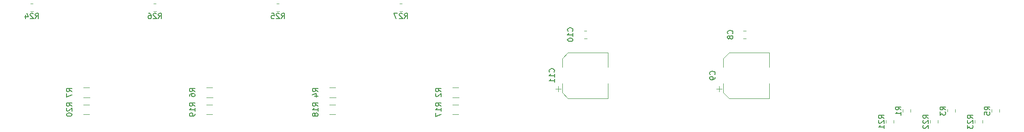
<source format=gbr>
G04 #@! TF.GenerationSoftware,KiCad,Pcbnew,5.0.2-bee76a0~70~ubuntu18.04.1*
G04 #@! TF.CreationDate,2019-06-18T17:13:29-03:00*
G04 #@! TF.ProjectId,estabilizador,65737461-6269-46c6-997a-61646f722e6b,rev?*
G04 #@! TF.SameCoordinates,Original*
G04 #@! TF.FileFunction,Legend,Bot*
G04 #@! TF.FilePolarity,Positive*
%FSLAX46Y46*%
G04 Gerber Fmt 4.6, Leading zero omitted, Abs format (unit mm)*
G04 Created by KiCad (PCBNEW 5.0.2-bee76a0~70~ubuntu18.04.1) date Tue 18 Jun 2019 05:13:29 PM -03*
%MOMM*%
%LPD*%
G01*
G04 APERTURE LIST*
%ADD10C,0.120000*%
%ADD11C,0.150000*%
%ADD12C,0.100000*%
%ADD13C,1.550000*%
%ADD14C,3.400000*%
%ADD15R,3.400000X3.400000*%
%ADD16R,2.100000X2.100000*%
%ADD17O,2.100000X2.100000*%
%ADD18C,2.800000*%
%ADD19R,2.305000X2.400000*%
%ADD20O,2.305000X2.400000*%
%ADD21C,2.480000*%
%ADD22O,4.000000X2.480000*%
%ADD23C,2.600000*%
%ADD24R,2.500000X2.500000*%
%ADD25C,2.500000*%
%ADD26C,1.825000*%
%ADD27O,2.800000X2.800000*%
%ADD28C,2.000000*%
%ADD29O,2.000000X2.000000*%
%ADD30R,2.800000X2.800000*%
%ADD31R,2.000000X2.000000*%
%ADD32R,3.900000X2.900000*%
%ADD33C,4.400000*%
%ADD34R,1.900000X1.900000*%
%ADD35C,1.900000*%
%ADD36O,2.480000X4.000000*%
G04 APERTURE END LIST*
D10*
G04 #@! TO.C,R24*
X34663748Y-115495000D02*
X35186252Y-115495000D01*
X34663748Y-116915000D02*
X35186252Y-116915000D01*
G04 #@! TO.C,R25*
X80383748Y-116915000D02*
X80906252Y-116915000D01*
X80383748Y-115495000D02*
X80906252Y-115495000D01*
G04 #@! TO.C,R26*
X57523748Y-115495000D02*
X58046252Y-115495000D01*
X57523748Y-116915000D02*
X58046252Y-116915000D01*
G04 #@! TO.C,R27*
X103243748Y-116915000D02*
X103766252Y-116915000D01*
X103243748Y-115495000D02*
X103766252Y-115495000D01*
G04 #@! TO.C,R21*
X193600000Y-137288748D02*
X193600000Y-137811252D01*
X195020000Y-137288748D02*
X195020000Y-137811252D01*
G04 #@! TO.C,R22*
X203275000Y-137288748D02*
X203275000Y-137811252D01*
X201855000Y-137288748D02*
X201855000Y-137811252D01*
G04 #@! TO.C,R23*
X210110000Y-137288748D02*
X210110000Y-137811252D01*
X211530000Y-137288748D02*
X211530000Y-137811252D01*
G04 #@! TO.C,R17*
X113062936Y-134345000D02*
X114267064Y-134345000D01*
X113062936Y-136165000D02*
X114267064Y-136165000D01*
G04 #@! TO.C,R19*
X67342936Y-136165000D02*
X68547064Y-136165000D01*
X67342936Y-134345000D02*
X68547064Y-134345000D01*
G04 #@! TO.C,R20*
X44482936Y-134345000D02*
X45687064Y-134345000D01*
X44482936Y-136165000D02*
X45687064Y-136165000D01*
G04 #@! TO.C,R18*
X90202936Y-136165000D02*
X91407064Y-136165000D01*
X90202936Y-134345000D02*
X91407064Y-134345000D01*
G04 #@! TO.C,R6*
X67342936Y-131170000D02*
X68547064Y-131170000D01*
X67342936Y-132990000D02*
X68547064Y-132990000D01*
G04 #@! TO.C,R4*
X90202936Y-132990000D02*
X91407064Y-132990000D01*
X90202936Y-131170000D02*
X91407064Y-131170000D01*
G04 #@! TO.C,R2*
X113062936Y-131170000D02*
X114267064Y-131170000D01*
X113062936Y-132990000D02*
X114267064Y-132990000D01*
G04 #@! TO.C,R7*
X44482936Y-132990000D02*
X45687064Y-132990000D01*
X44482936Y-131170000D02*
X45687064Y-131170000D01*
G04 #@! TO.C,R5*
X213285000Y-135238748D02*
X213285000Y-135761252D01*
X214705000Y-135238748D02*
X214705000Y-135761252D01*
G04 #@! TO.C,R3*
X205030000Y-135238748D02*
X205030000Y-135761252D01*
X206450000Y-135238748D02*
X206450000Y-135761252D01*
G04 #@! TO.C,C11*
X132720000Y-131915000D02*
X132720000Y-130915000D01*
X132220000Y-131415000D02*
X133220000Y-131415000D01*
X133460000Y-125709437D02*
X134524437Y-124645000D01*
X133460000Y-132100563D02*
X134524437Y-133165000D01*
X133460000Y-132100563D02*
X133460000Y-130415000D01*
X133460000Y-125709437D02*
X133460000Y-127395000D01*
X134524437Y-124645000D02*
X141980000Y-124645000D01*
X134524437Y-133165000D02*
X141980000Y-133165000D01*
X141980000Y-133165000D02*
X141980000Y-130415000D01*
X141980000Y-124645000D02*
X141980000Y-127395000D01*
G04 #@! TO.C,C9*
X171900000Y-124645000D02*
X171900000Y-127395000D01*
X171900000Y-133165000D02*
X171900000Y-130415000D01*
X164444437Y-133165000D02*
X171900000Y-133165000D01*
X164444437Y-124645000D02*
X171900000Y-124645000D01*
X163380000Y-125709437D02*
X163380000Y-127395000D01*
X163380000Y-132100563D02*
X163380000Y-130415000D01*
X163380000Y-132100563D02*
X164444437Y-133165000D01*
X163380000Y-125709437D02*
X164444437Y-124645000D01*
X162140000Y-131415000D02*
X163140000Y-131415000D01*
X162640000Y-131915000D02*
X162640000Y-130915000D01*
G04 #@! TO.C,C10*
X138056252Y-121995000D02*
X137533748Y-121995000D01*
X138056252Y-120575000D02*
X137533748Y-120575000D01*
G04 #@! TO.C,C8*
X167656252Y-120575000D02*
X167133748Y-120575000D01*
X167656252Y-121995000D02*
X167133748Y-121995000D01*
G04 #@! TO.C,R1*
X198195000Y-135238748D02*
X198195000Y-135761252D01*
X196775000Y-135238748D02*
X196775000Y-135761252D01*
G04 #@! TO.C,R24*
D11*
X35567857Y-118307380D02*
X35901190Y-117831190D01*
X36139285Y-118307380D02*
X36139285Y-117307380D01*
X35758333Y-117307380D01*
X35663095Y-117355000D01*
X35615476Y-117402619D01*
X35567857Y-117497857D01*
X35567857Y-117640714D01*
X35615476Y-117735952D01*
X35663095Y-117783571D01*
X35758333Y-117831190D01*
X36139285Y-117831190D01*
X35186904Y-117402619D02*
X35139285Y-117355000D01*
X35044047Y-117307380D01*
X34805952Y-117307380D01*
X34710714Y-117355000D01*
X34663095Y-117402619D01*
X34615476Y-117497857D01*
X34615476Y-117593095D01*
X34663095Y-117735952D01*
X35234523Y-118307380D01*
X34615476Y-118307380D01*
X33758333Y-117640714D02*
X33758333Y-118307380D01*
X33996428Y-117259761D02*
X34234523Y-117974047D01*
X33615476Y-117974047D01*
G04 #@! TO.C,R25*
X81287857Y-118307380D02*
X81621190Y-117831190D01*
X81859285Y-118307380D02*
X81859285Y-117307380D01*
X81478333Y-117307380D01*
X81383095Y-117355000D01*
X81335476Y-117402619D01*
X81287857Y-117497857D01*
X81287857Y-117640714D01*
X81335476Y-117735952D01*
X81383095Y-117783571D01*
X81478333Y-117831190D01*
X81859285Y-117831190D01*
X80906904Y-117402619D02*
X80859285Y-117355000D01*
X80764047Y-117307380D01*
X80525952Y-117307380D01*
X80430714Y-117355000D01*
X80383095Y-117402619D01*
X80335476Y-117497857D01*
X80335476Y-117593095D01*
X80383095Y-117735952D01*
X80954523Y-118307380D01*
X80335476Y-118307380D01*
X79430714Y-117307380D02*
X79906904Y-117307380D01*
X79954523Y-117783571D01*
X79906904Y-117735952D01*
X79811666Y-117688333D01*
X79573571Y-117688333D01*
X79478333Y-117735952D01*
X79430714Y-117783571D01*
X79383095Y-117878809D01*
X79383095Y-118116904D01*
X79430714Y-118212142D01*
X79478333Y-118259761D01*
X79573571Y-118307380D01*
X79811666Y-118307380D01*
X79906904Y-118259761D01*
X79954523Y-118212142D01*
G04 #@! TO.C,R26*
X58427857Y-118307380D02*
X58761190Y-117831190D01*
X58999285Y-118307380D02*
X58999285Y-117307380D01*
X58618333Y-117307380D01*
X58523095Y-117355000D01*
X58475476Y-117402619D01*
X58427857Y-117497857D01*
X58427857Y-117640714D01*
X58475476Y-117735952D01*
X58523095Y-117783571D01*
X58618333Y-117831190D01*
X58999285Y-117831190D01*
X58046904Y-117402619D02*
X57999285Y-117355000D01*
X57904047Y-117307380D01*
X57665952Y-117307380D01*
X57570714Y-117355000D01*
X57523095Y-117402619D01*
X57475476Y-117497857D01*
X57475476Y-117593095D01*
X57523095Y-117735952D01*
X58094523Y-118307380D01*
X57475476Y-118307380D01*
X56618333Y-117307380D02*
X56808809Y-117307380D01*
X56904047Y-117355000D01*
X56951666Y-117402619D01*
X57046904Y-117545476D01*
X57094523Y-117735952D01*
X57094523Y-118116904D01*
X57046904Y-118212142D01*
X56999285Y-118259761D01*
X56904047Y-118307380D01*
X56713571Y-118307380D01*
X56618333Y-118259761D01*
X56570714Y-118212142D01*
X56523095Y-118116904D01*
X56523095Y-117878809D01*
X56570714Y-117783571D01*
X56618333Y-117735952D01*
X56713571Y-117688333D01*
X56904047Y-117688333D01*
X56999285Y-117735952D01*
X57046904Y-117783571D01*
X57094523Y-117878809D01*
G04 #@! TO.C,R27*
X104147857Y-118307380D02*
X104481190Y-117831190D01*
X104719285Y-118307380D02*
X104719285Y-117307380D01*
X104338333Y-117307380D01*
X104243095Y-117355000D01*
X104195476Y-117402619D01*
X104147857Y-117497857D01*
X104147857Y-117640714D01*
X104195476Y-117735952D01*
X104243095Y-117783571D01*
X104338333Y-117831190D01*
X104719285Y-117831190D01*
X103766904Y-117402619D02*
X103719285Y-117355000D01*
X103624047Y-117307380D01*
X103385952Y-117307380D01*
X103290714Y-117355000D01*
X103243095Y-117402619D01*
X103195476Y-117497857D01*
X103195476Y-117593095D01*
X103243095Y-117735952D01*
X103814523Y-118307380D01*
X103195476Y-118307380D01*
X102862142Y-117307380D02*
X102195476Y-117307380D01*
X102624047Y-118307380D01*
G04 #@! TO.C,R21*
X193238380Y-136898142D02*
X192762190Y-136564809D01*
X193238380Y-136326714D02*
X192238380Y-136326714D01*
X192238380Y-136707666D01*
X192286000Y-136802904D01*
X192333619Y-136850523D01*
X192428857Y-136898142D01*
X192571714Y-136898142D01*
X192666952Y-136850523D01*
X192714571Y-136802904D01*
X192762190Y-136707666D01*
X192762190Y-136326714D01*
X192333619Y-137279095D02*
X192286000Y-137326714D01*
X192238380Y-137421952D01*
X192238380Y-137660047D01*
X192286000Y-137755285D01*
X192333619Y-137802904D01*
X192428857Y-137850523D01*
X192524095Y-137850523D01*
X192666952Y-137802904D01*
X193238380Y-137231476D01*
X193238380Y-137850523D01*
X193238380Y-138802904D02*
X193238380Y-138231476D01*
X193238380Y-138517190D02*
X192238380Y-138517190D01*
X192381238Y-138421952D01*
X192476476Y-138326714D01*
X192524095Y-138231476D01*
G04 #@! TO.C,R22*
X201493380Y-136898142D02*
X201017190Y-136564809D01*
X201493380Y-136326714D02*
X200493380Y-136326714D01*
X200493380Y-136707666D01*
X200541000Y-136802904D01*
X200588619Y-136850523D01*
X200683857Y-136898142D01*
X200826714Y-136898142D01*
X200921952Y-136850523D01*
X200969571Y-136802904D01*
X201017190Y-136707666D01*
X201017190Y-136326714D01*
X200588619Y-137279095D02*
X200541000Y-137326714D01*
X200493380Y-137421952D01*
X200493380Y-137660047D01*
X200541000Y-137755285D01*
X200588619Y-137802904D01*
X200683857Y-137850523D01*
X200779095Y-137850523D01*
X200921952Y-137802904D01*
X201493380Y-137231476D01*
X201493380Y-137850523D01*
X200588619Y-138231476D02*
X200541000Y-138279095D01*
X200493380Y-138374333D01*
X200493380Y-138612428D01*
X200541000Y-138707666D01*
X200588619Y-138755285D01*
X200683857Y-138802904D01*
X200779095Y-138802904D01*
X200921952Y-138755285D01*
X201493380Y-138183857D01*
X201493380Y-138802904D01*
G04 #@! TO.C,R23*
X209748380Y-136898142D02*
X209272190Y-136564809D01*
X209748380Y-136326714D02*
X208748380Y-136326714D01*
X208748380Y-136707666D01*
X208796000Y-136802904D01*
X208843619Y-136850523D01*
X208938857Y-136898142D01*
X209081714Y-136898142D01*
X209176952Y-136850523D01*
X209224571Y-136802904D01*
X209272190Y-136707666D01*
X209272190Y-136326714D01*
X208843619Y-137279095D02*
X208796000Y-137326714D01*
X208748380Y-137421952D01*
X208748380Y-137660047D01*
X208796000Y-137755285D01*
X208843619Y-137802904D01*
X208938857Y-137850523D01*
X209034095Y-137850523D01*
X209176952Y-137802904D01*
X209748380Y-137231476D01*
X209748380Y-137850523D01*
X208748380Y-138183857D02*
X208748380Y-138802904D01*
X209129333Y-138469571D01*
X209129333Y-138612428D01*
X209176952Y-138707666D01*
X209224571Y-138755285D01*
X209319809Y-138802904D01*
X209557904Y-138802904D01*
X209653142Y-138755285D01*
X209700761Y-138707666D01*
X209748380Y-138612428D01*
X209748380Y-138326714D01*
X209700761Y-138231476D01*
X209653142Y-138183857D01*
G04 #@! TO.C,R17*
X110942380Y-134612142D02*
X110466190Y-134278809D01*
X110942380Y-134040714D02*
X109942380Y-134040714D01*
X109942380Y-134421666D01*
X109990000Y-134516904D01*
X110037619Y-134564523D01*
X110132857Y-134612142D01*
X110275714Y-134612142D01*
X110370952Y-134564523D01*
X110418571Y-134516904D01*
X110466190Y-134421666D01*
X110466190Y-134040714D01*
X110942380Y-135564523D02*
X110942380Y-134993095D01*
X110942380Y-135278809D02*
X109942380Y-135278809D01*
X110085238Y-135183571D01*
X110180476Y-135088333D01*
X110228095Y-134993095D01*
X109942380Y-135897857D02*
X109942380Y-136564523D01*
X110942380Y-136135952D01*
G04 #@! TO.C,R19*
X65222380Y-134612142D02*
X64746190Y-134278809D01*
X65222380Y-134040714D02*
X64222380Y-134040714D01*
X64222380Y-134421666D01*
X64270000Y-134516904D01*
X64317619Y-134564523D01*
X64412857Y-134612142D01*
X64555714Y-134612142D01*
X64650952Y-134564523D01*
X64698571Y-134516904D01*
X64746190Y-134421666D01*
X64746190Y-134040714D01*
X65222380Y-135564523D02*
X65222380Y-134993095D01*
X65222380Y-135278809D02*
X64222380Y-135278809D01*
X64365238Y-135183571D01*
X64460476Y-135088333D01*
X64508095Y-134993095D01*
X65222380Y-136040714D02*
X65222380Y-136231190D01*
X65174761Y-136326428D01*
X65127142Y-136374047D01*
X64984285Y-136469285D01*
X64793809Y-136516904D01*
X64412857Y-136516904D01*
X64317619Y-136469285D01*
X64270000Y-136421666D01*
X64222380Y-136326428D01*
X64222380Y-136135952D01*
X64270000Y-136040714D01*
X64317619Y-135993095D01*
X64412857Y-135945476D01*
X64650952Y-135945476D01*
X64746190Y-135993095D01*
X64793809Y-136040714D01*
X64841428Y-136135952D01*
X64841428Y-136326428D01*
X64793809Y-136421666D01*
X64746190Y-136469285D01*
X64650952Y-136516904D01*
G04 #@! TO.C,R20*
X42362380Y-134612142D02*
X41886190Y-134278809D01*
X42362380Y-134040714D02*
X41362380Y-134040714D01*
X41362380Y-134421666D01*
X41410000Y-134516904D01*
X41457619Y-134564523D01*
X41552857Y-134612142D01*
X41695714Y-134612142D01*
X41790952Y-134564523D01*
X41838571Y-134516904D01*
X41886190Y-134421666D01*
X41886190Y-134040714D01*
X41457619Y-134993095D02*
X41410000Y-135040714D01*
X41362380Y-135135952D01*
X41362380Y-135374047D01*
X41410000Y-135469285D01*
X41457619Y-135516904D01*
X41552857Y-135564523D01*
X41648095Y-135564523D01*
X41790952Y-135516904D01*
X42362380Y-134945476D01*
X42362380Y-135564523D01*
X41362380Y-136183571D02*
X41362380Y-136278809D01*
X41410000Y-136374047D01*
X41457619Y-136421666D01*
X41552857Y-136469285D01*
X41743333Y-136516904D01*
X41981428Y-136516904D01*
X42171904Y-136469285D01*
X42267142Y-136421666D01*
X42314761Y-136374047D01*
X42362380Y-136278809D01*
X42362380Y-136183571D01*
X42314761Y-136088333D01*
X42267142Y-136040714D01*
X42171904Y-135993095D01*
X41981428Y-135945476D01*
X41743333Y-135945476D01*
X41552857Y-135993095D01*
X41457619Y-136040714D01*
X41410000Y-136088333D01*
X41362380Y-136183571D01*
G04 #@! TO.C,R18*
X88082380Y-134612142D02*
X87606190Y-134278809D01*
X88082380Y-134040714D02*
X87082380Y-134040714D01*
X87082380Y-134421666D01*
X87130000Y-134516904D01*
X87177619Y-134564523D01*
X87272857Y-134612142D01*
X87415714Y-134612142D01*
X87510952Y-134564523D01*
X87558571Y-134516904D01*
X87606190Y-134421666D01*
X87606190Y-134040714D01*
X88082380Y-135564523D02*
X88082380Y-134993095D01*
X88082380Y-135278809D02*
X87082380Y-135278809D01*
X87225238Y-135183571D01*
X87320476Y-135088333D01*
X87368095Y-134993095D01*
X87510952Y-136135952D02*
X87463333Y-136040714D01*
X87415714Y-135993095D01*
X87320476Y-135945476D01*
X87272857Y-135945476D01*
X87177619Y-135993095D01*
X87130000Y-136040714D01*
X87082380Y-136135952D01*
X87082380Y-136326428D01*
X87130000Y-136421666D01*
X87177619Y-136469285D01*
X87272857Y-136516904D01*
X87320476Y-136516904D01*
X87415714Y-136469285D01*
X87463333Y-136421666D01*
X87510952Y-136326428D01*
X87510952Y-136135952D01*
X87558571Y-136040714D01*
X87606190Y-135993095D01*
X87701428Y-135945476D01*
X87891904Y-135945476D01*
X87987142Y-135993095D01*
X88034761Y-136040714D01*
X88082380Y-136135952D01*
X88082380Y-136326428D01*
X88034761Y-136421666D01*
X87987142Y-136469285D01*
X87891904Y-136516904D01*
X87701428Y-136516904D01*
X87606190Y-136469285D01*
X87558571Y-136421666D01*
X87510952Y-136326428D01*
G04 #@! TO.C,R6*
X65222380Y-131913333D02*
X64746190Y-131580000D01*
X65222380Y-131341904D02*
X64222380Y-131341904D01*
X64222380Y-131722857D01*
X64270000Y-131818095D01*
X64317619Y-131865714D01*
X64412857Y-131913333D01*
X64555714Y-131913333D01*
X64650952Y-131865714D01*
X64698571Y-131818095D01*
X64746190Y-131722857D01*
X64746190Y-131341904D01*
X64222380Y-132770476D02*
X64222380Y-132580000D01*
X64270000Y-132484761D01*
X64317619Y-132437142D01*
X64460476Y-132341904D01*
X64650952Y-132294285D01*
X65031904Y-132294285D01*
X65127142Y-132341904D01*
X65174761Y-132389523D01*
X65222380Y-132484761D01*
X65222380Y-132675238D01*
X65174761Y-132770476D01*
X65127142Y-132818095D01*
X65031904Y-132865714D01*
X64793809Y-132865714D01*
X64698571Y-132818095D01*
X64650952Y-132770476D01*
X64603333Y-132675238D01*
X64603333Y-132484761D01*
X64650952Y-132389523D01*
X64698571Y-132341904D01*
X64793809Y-132294285D01*
G04 #@! TO.C,R4*
X88082380Y-131913333D02*
X87606190Y-131580000D01*
X88082380Y-131341904D02*
X87082380Y-131341904D01*
X87082380Y-131722857D01*
X87130000Y-131818095D01*
X87177619Y-131865714D01*
X87272857Y-131913333D01*
X87415714Y-131913333D01*
X87510952Y-131865714D01*
X87558571Y-131818095D01*
X87606190Y-131722857D01*
X87606190Y-131341904D01*
X87415714Y-132770476D02*
X88082380Y-132770476D01*
X87034761Y-132532380D02*
X87749047Y-132294285D01*
X87749047Y-132913333D01*
G04 #@! TO.C,R2*
X110942380Y-131913333D02*
X110466190Y-131580000D01*
X110942380Y-131341904D02*
X109942380Y-131341904D01*
X109942380Y-131722857D01*
X109990000Y-131818095D01*
X110037619Y-131865714D01*
X110132857Y-131913333D01*
X110275714Y-131913333D01*
X110370952Y-131865714D01*
X110418571Y-131818095D01*
X110466190Y-131722857D01*
X110466190Y-131341904D01*
X110037619Y-132294285D02*
X109990000Y-132341904D01*
X109942380Y-132437142D01*
X109942380Y-132675238D01*
X109990000Y-132770476D01*
X110037619Y-132818095D01*
X110132857Y-132865714D01*
X110228095Y-132865714D01*
X110370952Y-132818095D01*
X110942380Y-132246666D01*
X110942380Y-132865714D01*
G04 #@! TO.C,R7*
X42362380Y-131913333D02*
X41886190Y-131580000D01*
X42362380Y-131341904D02*
X41362380Y-131341904D01*
X41362380Y-131722857D01*
X41410000Y-131818095D01*
X41457619Y-131865714D01*
X41552857Y-131913333D01*
X41695714Y-131913333D01*
X41790952Y-131865714D01*
X41838571Y-131818095D01*
X41886190Y-131722857D01*
X41886190Y-131341904D01*
X41362380Y-132246666D02*
X41362380Y-132913333D01*
X42362380Y-132484761D01*
G04 #@! TO.C,R5*
X212923380Y-135342333D02*
X212447190Y-135009000D01*
X212923380Y-134770904D02*
X211923380Y-134770904D01*
X211923380Y-135151857D01*
X211971000Y-135247095D01*
X212018619Y-135294714D01*
X212113857Y-135342333D01*
X212256714Y-135342333D01*
X212351952Y-135294714D01*
X212399571Y-135247095D01*
X212447190Y-135151857D01*
X212447190Y-134770904D01*
X211923380Y-136247095D02*
X211923380Y-135770904D01*
X212399571Y-135723285D01*
X212351952Y-135770904D01*
X212304333Y-135866142D01*
X212304333Y-136104238D01*
X212351952Y-136199476D01*
X212399571Y-136247095D01*
X212494809Y-136294714D01*
X212732904Y-136294714D01*
X212828142Y-136247095D01*
X212875761Y-136199476D01*
X212923380Y-136104238D01*
X212923380Y-135866142D01*
X212875761Y-135770904D01*
X212828142Y-135723285D01*
G04 #@! TO.C,R3*
X204668380Y-135342333D02*
X204192190Y-135009000D01*
X204668380Y-134770904D02*
X203668380Y-134770904D01*
X203668380Y-135151857D01*
X203716000Y-135247095D01*
X203763619Y-135294714D01*
X203858857Y-135342333D01*
X204001714Y-135342333D01*
X204096952Y-135294714D01*
X204144571Y-135247095D01*
X204192190Y-135151857D01*
X204192190Y-134770904D01*
X203668380Y-135675666D02*
X203668380Y-136294714D01*
X204049333Y-135961380D01*
X204049333Y-136104238D01*
X204096952Y-136199476D01*
X204144571Y-136247095D01*
X204239809Y-136294714D01*
X204477904Y-136294714D01*
X204573142Y-136247095D01*
X204620761Y-136199476D01*
X204668380Y-136104238D01*
X204668380Y-135818523D01*
X204620761Y-135723285D01*
X204573142Y-135675666D01*
G04 #@! TO.C,C11*
X131929142Y-128262142D02*
X131976761Y-128214523D01*
X132024380Y-128071666D01*
X132024380Y-127976428D01*
X131976761Y-127833571D01*
X131881523Y-127738333D01*
X131786285Y-127690714D01*
X131595809Y-127643095D01*
X131452952Y-127643095D01*
X131262476Y-127690714D01*
X131167238Y-127738333D01*
X131072000Y-127833571D01*
X131024380Y-127976428D01*
X131024380Y-128071666D01*
X131072000Y-128214523D01*
X131119619Y-128262142D01*
X132024380Y-129214523D02*
X132024380Y-128643095D01*
X132024380Y-128928809D02*
X131024380Y-128928809D01*
X131167238Y-128833571D01*
X131262476Y-128738333D01*
X131310095Y-128643095D01*
X132024380Y-130166904D02*
X132024380Y-129595476D01*
X132024380Y-129881190D02*
X131024380Y-129881190D01*
X131167238Y-129785952D01*
X131262476Y-129690714D01*
X131310095Y-129595476D01*
G04 #@! TO.C,C9*
X161774142Y-128738333D02*
X161821761Y-128690714D01*
X161869380Y-128547857D01*
X161869380Y-128452619D01*
X161821761Y-128309761D01*
X161726523Y-128214523D01*
X161631285Y-128166904D01*
X161440809Y-128119285D01*
X161297952Y-128119285D01*
X161107476Y-128166904D01*
X161012238Y-128214523D01*
X160917000Y-128309761D01*
X160869380Y-128452619D01*
X160869380Y-128547857D01*
X160917000Y-128690714D01*
X160964619Y-128738333D01*
X161869380Y-129214523D02*
X161869380Y-129405000D01*
X161821761Y-129500238D01*
X161774142Y-129547857D01*
X161631285Y-129643095D01*
X161440809Y-129690714D01*
X161059857Y-129690714D01*
X160964619Y-129643095D01*
X160917000Y-129595476D01*
X160869380Y-129500238D01*
X160869380Y-129309761D01*
X160917000Y-129214523D01*
X160964619Y-129166904D01*
X161059857Y-129119285D01*
X161297952Y-129119285D01*
X161393190Y-129166904D01*
X161440809Y-129214523D01*
X161488428Y-129309761D01*
X161488428Y-129500238D01*
X161440809Y-129595476D01*
X161393190Y-129643095D01*
X161297952Y-129690714D01*
G04 #@! TO.C,C10*
X135358142Y-120642142D02*
X135405761Y-120594523D01*
X135453380Y-120451666D01*
X135453380Y-120356428D01*
X135405761Y-120213571D01*
X135310523Y-120118333D01*
X135215285Y-120070714D01*
X135024809Y-120023095D01*
X134881952Y-120023095D01*
X134691476Y-120070714D01*
X134596238Y-120118333D01*
X134501000Y-120213571D01*
X134453380Y-120356428D01*
X134453380Y-120451666D01*
X134501000Y-120594523D01*
X134548619Y-120642142D01*
X135453380Y-121594523D02*
X135453380Y-121023095D01*
X135453380Y-121308809D02*
X134453380Y-121308809D01*
X134596238Y-121213571D01*
X134691476Y-121118333D01*
X134739095Y-121023095D01*
X134453380Y-122213571D02*
X134453380Y-122308809D01*
X134501000Y-122404047D01*
X134548619Y-122451666D01*
X134643857Y-122499285D01*
X134834333Y-122546904D01*
X135072428Y-122546904D01*
X135262904Y-122499285D01*
X135358142Y-122451666D01*
X135405761Y-122404047D01*
X135453380Y-122308809D01*
X135453380Y-122213571D01*
X135405761Y-122118333D01*
X135358142Y-122070714D01*
X135262904Y-122023095D01*
X135072428Y-121975476D01*
X134834333Y-121975476D01*
X134643857Y-122023095D01*
X134548619Y-122070714D01*
X134501000Y-122118333D01*
X134453380Y-122213571D01*
G04 #@! TO.C,C8*
X165076142Y-121118333D02*
X165123761Y-121070714D01*
X165171380Y-120927857D01*
X165171380Y-120832619D01*
X165123761Y-120689761D01*
X165028523Y-120594523D01*
X164933285Y-120546904D01*
X164742809Y-120499285D01*
X164599952Y-120499285D01*
X164409476Y-120546904D01*
X164314238Y-120594523D01*
X164219000Y-120689761D01*
X164171380Y-120832619D01*
X164171380Y-120927857D01*
X164219000Y-121070714D01*
X164266619Y-121118333D01*
X164599952Y-121689761D02*
X164552333Y-121594523D01*
X164504714Y-121546904D01*
X164409476Y-121499285D01*
X164361857Y-121499285D01*
X164266619Y-121546904D01*
X164219000Y-121594523D01*
X164171380Y-121689761D01*
X164171380Y-121880238D01*
X164219000Y-121975476D01*
X164266619Y-122023095D01*
X164361857Y-122070714D01*
X164409476Y-122070714D01*
X164504714Y-122023095D01*
X164552333Y-121975476D01*
X164599952Y-121880238D01*
X164599952Y-121689761D01*
X164647571Y-121594523D01*
X164695190Y-121546904D01*
X164790428Y-121499285D01*
X164980904Y-121499285D01*
X165076142Y-121546904D01*
X165123761Y-121594523D01*
X165171380Y-121689761D01*
X165171380Y-121880238D01*
X165123761Y-121975476D01*
X165076142Y-122023095D01*
X164980904Y-122070714D01*
X164790428Y-122070714D01*
X164695190Y-122023095D01*
X164647571Y-121975476D01*
X164599952Y-121880238D01*
G04 #@! TO.C,R1*
X196413380Y-135342333D02*
X195937190Y-135009000D01*
X196413380Y-134770904D02*
X195413380Y-134770904D01*
X195413380Y-135151857D01*
X195461000Y-135247095D01*
X195508619Y-135294714D01*
X195603857Y-135342333D01*
X195746714Y-135342333D01*
X195841952Y-135294714D01*
X195889571Y-135247095D01*
X195937190Y-135151857D01*
X195937190Y-134770904D01*
X196413380Y-136294714D02*
X196413380Y-135723285D01*
X196413380Y-136009000D02*
X195413380Y-136009000D01*
X195556238Y-135913761D01*
X195651476Y-135818523D01*
X195699095Y-135723285D01*
G04 #@! TD*
%LPC*%
D12*
G04 #@! TO.C,R24*
G36*
X36421071Y-115306623D02*
X36453781Y-115311475D01*
X36485857Y-115319509D01*
X36516991Y-115330649D01*
X36546884Y-115344787D01*
X36575247Y-115361787D01*
X36601807Y-115381485D01*
X36626308Y-115403692D01*
X36648515Y-115428193D01*
X36668213Y-115454753D01*
X36685213Y-115483116D01*
X36699351Y-115513009D01*
X36710491Y-115544143D01*
X36718525Y-115576219D01*
X36723377Y-115608929D01*
X36725000Y-115641956D01*
X36725000Y-116768044D01*
X36723377Y-116801071D01*
X36718525Y-116833781D01*
X36710491Y-116865857D01*
X36699351Y-116896991D01*
X36685213Y-116926884D01*
X36668213Y-116955247D01*
X36648515Y-116981807D01*
X36626308Y-117006308D01*
X36601807Y-117028515D01*
X36575247Y-117048213D01*
X36546884Y-117065213D01*
X36516991Y-117079351D01*
X36485857Y-117090491D01*
X36453781Y-117098525D01*
X36421071Y-117103377D01*
X36388044Y-117105000D01*
X35511956Y-117105000D01*
X35478929Y-117103377D01*
X35446219Y-117098525D01*
X35414143Y-117090491D01*
X35383009Y-117079351D01*
X35353116Y-117065213D01*
X35324753Y-117048213D01*
X35298193Y-117028515D01*
X35273692Y-117006308D01*
X35251485Y-116981807D01*
X35231787Y-116955247D01*
X35214787Y-116926884D01*
X35200649Y-116896991D01*
X35189509Y-116865857D01*
X35181475Y-116833781D01*
X35176623Y-116801071D01*
X35175000Y-116768044D01*
X35175000Y-115641956D01*
X35176623Y-115608929D01*
X35181475Y-115576219D01*
X35189509Y-115544143D01*
X35200649Y-115513009D01*
X35214787Y-115483116D01*
X35231787Y-115454753D01*
X35251485Y-115428193D01*
X35273692Y-115403692D01*
X35298193Y-115381485D01*
X35324753Y-115361787D01*
X35353116Y-115344787D01*
X35383009Y-115330649D01*
X35414143Y-115319509D01*
X35446219Y-115311475D01*
X35478929Y-115306623D01*
X35511956Y-115305000D01*
X36388044Y-115305000D01*
X36421071Y-115306623D01*
X36421071Y-115306623D01*
G37*
D13*
X35950000Y-116205000D03*
D12*
G36*
X34371071Y-115306623D02*
X34403781Y-115311475D01*
X34435857Y-115319509D01*
X34466991Y-115330649D01*
X34496884Y-115344787D01*
X34525247Y-115361787D01*
X34551807Y-115381485D01*
X34576308Y-115403692D01*
X34598515Y-115428193D01*
X34618213Y-115454753D01*
X34635213Y-115483116D01*
X34649351Y-115513009D01*
X34660491Y-115544143D01*
X34668525Y-115576219D01*
X34673377Y-115608929D01*
X34675000Y-115641956D01*
X34675000Y-116768044D01*
X34673377Y-116801071D01*
X34668525Y-116833781D01*
X34660491Y-116865857D01*
X34649351Y-116896991D01*
X34635213Y-116926884D01*
X34618213Y-116955247D01*
X34598515Y-116981807D01*
X34576308Y-117006308D01*
X34551807Y-117028515D01*
X34525247Y-117048213D01*
X34496884Y-117065213D01*
X34466991Y-117079351D01*
X34435857Y-117090491D01*
X34403781Y-117098525D01*
X34371071Y-117103377D01*
X34338044Y-117105000D01*
X33461956Y-117105000D01*
X33428929Y-117103377D01*
X33396219Y-117098525D01*
X33364143Y-117090491D01*
X33333009Y-117079351D01*
X33303116Y-117065213D01*
X33274753Y-117048213D01*
X33248193Y-117028515D01*
X33223692Y-117006308D01*
X33201485Y-116981807D01*
X33181787Y-116955247D01*
X33164787Y-116926884D01*
X33150649Y-116896991D01*
X33139509Y-116865857D01*
X33131475Y-116833781D01*
X33126623Y-116801071D01*
X33125000Y-116768044D01*
X33125000Y-115641956D01*
X33126623Y-115608929D01*
X33131475Y-115576219D01*
X33139509Y-115544143D01*
X33150649Y-115513009D01*
X33164787Y-115483116D01*
X33181787Y-115454753D01*
X33201485Y-115428193D01*
X33223692Y-115403692D01*
X33248193Y-115381485D01*
X33274753Y-115361787D01*
X33303116Y-115344787D01*
X33333009Y-115330649D01*
X33364143Y-115319509D01*
X33396219Y-115311475D01*
X33428929Y-115306623D01*
X33461956Y-115305000D01*
X34338044Y-115305000D01*
X34371071Y-115306623D01*
X34371071Y-115306623D01*
G37*
D13*
X33900000Y-116205000D03*
G04 #@! TD*
D12*
G04 #@! TO.C,R25*
G36*
X80091071Y-115306623D02*
X80123781Y-115311475D01*
X80155857Y-115319509D01*
X80186991Y-115330649D01*
X80216884Y-115344787D01*
X80245247Y-115361787D01*
X80271807Y-115381485D01*
X80296308Y-115403692D01*
X80318515Y-115428193D01*
X80338213Y-115454753D01*
X80355213Y-115483116D01*
X80369351Y-115513009D01*
X80380491Y-115544143D01*
X80388525Y-115576219D01*
X80393377Y-115608929D01*
X80395000Y-115641956D01*
X80395000Y-116768044D01*
X80393377Y-116801071D01*
X80388525Y-116833781D01*
X80380491Y-116865857D01*
X80369351Y-116896991D01*
X80355213Y-116926884D01*
X80338213Y-116955247D01*
X80318515Y-116981807D01*
X80296308Y-117006308D01*
X80271807Y-117028515D01*
X80245247Y-117048213D01*
X80216884Y-117065213D01*
X80186991Y-117079351D01*
X80155857Y-117090491D01*
X80123781Y-117098525D01*
X80091071Y-117103377D01*
X80058044Y-117105000D01*
X79181956Y-117105000D01*
X79148929Y-117103377D01*
X79116219Y-117098525D01*
X79084143Y-117090491D01*
X79053009Y-117079351D01*
X79023116Y-117065213D01*
X78994753Y-117048213D01*
X78968193Y-117028515D01*
X78943692Y-117006308D01*
X78921485Y-116981807D01*
X78901787Y-116955247D01*
X78884787Y-116926884D01*
X78870649Y-116896991D01*
X78859509Y-116865857D01*
X78851475Y-116833781D01*
X78846623Y-116801071D01*
X78845000Y-116768044D01*
X78845000Y-115641956D01*
X78846623Y-115608929D01*
X78851475Y-115576219D01*
X78859509Y-115544143D01*
X78870649Y-115513009D01*
X78884787Y-115483116D01*
X78901787Y-115454753D01*
X78921485Y-115428193D01*
X78943692Y-115403692D01*
X78968193Y-115381485D01*
X78994753Y-115361787D01*
X79023116Y-115344787D01*
X79053009Y-115330649D01*
X79084143Y-115319509D01*
X79116219Y-115311475D01*
X79148929Y-115306623D01*
X79181956Y-115305000D01*
X80058044Y-115305000D01*
X80091071Y-115306623D01*
X80091071Y-115306623D01*
G37*
D13*
X79620000Y-116205000D03*
D12*
G36*
X82141071Y-115306623D02*
X82173781Y-115311475D01*
X82205857Y-115319509D01*
X82236991Y-115330649D01*
X82266884Y-115344787D01*
X82295247Y-115361787D01*
X82321807Y-115381485D01*
X82346308Y-115403692D01*
X82368515Y-115428193D01*
X82388213Y-115454753D01*
X82405213Y-115483116D01*
X82419351Y-115513009D01*
X82430491Y-115544143D01*
X82438525Y-115576219D01*
X82443377Y-115608929D01*
X82445000Y-115641956D01*
X82445000Y-116768044D01*
X82443377Y-116801071D01*
X82438525Y-116833781D01*
X82430491Y-116865857D01*
X82419351Y-116896991D01*
X82405213Y-116926884D01*
X82388213Y-116955247D01*
X82368515Y-116981807D01*
X82346308Y-117006308D01*
X82321807Y-117028515D01*
X82295247Y-117048213D01*
X82266884Y-117065213D01*
X82236991Y-117079351D01*
X82205857Y-117090491D01*
X82173781Y-117098525D01*
X82141071Y-117103377D01*
X82108044Y-117105000D01*
X81231956Y-117105000D01*
X81198929Y-117103377D01*
X81166219Y-117098525D01*
X81134143Y-117090491D01*
X81103009Y-117079351D01*
X81073116Y-117065213D01*
X81044753Y-117048213D01*
X81018193Y-117028515D01*
X80993692Y-117006308D01*
X80971485Y-116981807D01*
X80951787Y-116955247D01*
X80934787Y-116926884D01*
X80920649Y-116896991D01*
X80909509Y-116865857D01*
X80901475Y-116833781D01*
X80896623Y-116801071D01*
X80895000Y-116768044D01*
X80895000Y-115641956D01*
X80896623Y-115608929D01*
X80901475Y-115576219D01*
X80909509Y-115544143D01*
X80920649Y-115513009D01*
X80934787Y-115483116D01*
X80951787Y-115454753D01*
X80971485Y-115428193D01*
X80993692Y-115403692D01*
X81018193Y-115381485D01*
X81044753Y-115361787D01*
X81073116Y-115344787D01*
X81103009Y-115330649D01*
X81134143Y-115319509D01*
X81166219Y-115311475D01*
X81198929Y-115306623D01*
X81231956Y-115305000D01*
X82108044Y-115305000D01*
X82141071Y-115306623D01*
X82141071Y-115306623D01*
G37*
D13*
X81670000Y-116205000D03*
G04 #@! TD*
D12*
G04 #@! TO.C,R26*
G36*
X59281071Y-115306623D02*
X59313781Y-115311475D01*
X59345857Y-115319509D01*
X59376991Y-115330649D01*
X59406884Y-115344787D01*
X59435247Y-115361787D01*
X59461807Y-115381485D01*
X59486308Y-115403692D01*
X59508515Y-115428193D01*
X59528213Y-115454753D01*
X59545213Y-115483116D01*
X59559351Y-115513009D01*
X59570491Y-115544143D01*
X59578525Y-115576219D01*
X59583377Y-115608929D01*
X59585000Y-115641956D01*
X59585000Y-116768044D01*
X59583377Y-116801071D01*
X59578525Y-116833781D01*
X59570491Y-116865857D01*
X59559351Y-116896991D01*
X59545213Y-116926884D01*
X59528213Y-116955247D01*
X59508515Y-116981807D01*
X59486308Y-117006308D01*
X59461807Y-117028515D01*
X59435247Y-117048213D01*
X59406884Y-117065213D01*
X59376991Y-117079351D01*
X59345857Y-117090491D01*
X59313781Y-117098525D01*
X59281071Y-117103377D01*
X59248044Y-117105000D01*
X58371956Y-117105000D01*
X58338929Y-117103377D01*
X58306219Y-117098525D01*
X58274143Y-117090491D01*
X58243009Y-117079351D01*
X58213116Y-117065213D01*
X58184753Y-117048213D01*
X58158193Y-117028515D01*
X58133692Y-117006308D01*
X58111485Y-116981807D01*
X58091787Y-116955247D01*
X58074787Y-116926884D01*
X58060649Y-116896991D01*
X58049509Y-116865857D01*
X58041475Y-116833781D01*
X58036623Y-116801071D01*
X58035000Y-116768044D01*
X58035000Y-115641956D01*
X58036623Y-115608929D01*
X58041475Y-115576219D01*
X58049509Y-115544143D01*
X58060649Y-115513009D01*
X58074787Y-115483116D01*
X58091787Y-115454753D01*
X58111485Y-115428193D01*
X58133692Y-115403692D01*
X58158193Y-115381485D01*
X58184753Y-115361787D01*
X58213116Y-115344787D01*
X58243009Y-115330649D01*
X58274143Y-115319509D01*
X58306219Y-115311475D01*
X58338929Y-115306623D01*
X58371956Y-115305000D01*
X59248044Y-115305000D01*
X59281071Y-115306623D01*
X59281071Y-115306623D01*
G37*
D13*
X58810000Y-116205000D03*
D12*
G36*
X57231071Y-115306623D02*
X57263781Y-115311475D01*
X57295857Y-115319509D01*
X57326991Y-115330649D01*
X57356884Y-115344787D01*
X57385247Y-115361787D01*
X57411807Y-115381485D01*
X57436308Y-115403692D01*
X57458515Y-115428193D01*
X57478213Y-115454753D01*
X57495213Y-115483116D01*
X57509351Y-115513009D01*
X57520491Y-115544143D01*
X57528525Y-115576219D01*
X57533377Y-115608929D01*
X57535000Y-115641956D01*
X57535000Y-116768044D01*
X57533377Y-116801071D01*
X57528525Y-116833781D01*
X57520491Y-116865857D01*
X57509351Y-116896991D01*
X57495213Y-116926884D01*
X57478213Y-116955247D01*
X57458515Y-116981807D01*
X57436308Y-117006308D01*
X57411807Y-117028515D01*
X57385247Y-117048213D01*
X57356884Y-117065213D01*
X57326991Y-117079351D01*
X57295857Y-117090491D01*
X57263781Y-117098525D01*
X57231071Y-117103377D01*
X57198044Y-117105000D01*
X56321956Y-117105000D01*
X56288929Y-117103377D01*
X56256219Y-117098525D01*
X56224143Y-117090491D01*
X56193009Y-117079351D01*
X56163116Y-117065213D01*
X56134753Y-117048213D01*
X56108193Y-117028515D01*
X56083692Y-117006308D01*
X56061485Y-116981807D01*
X56041787Y-116955247D01*
X56024787Y-116926884D01*
X56010649Y-116896991D01*
X55999509Y-116865857D01*
X55991475Y-116833781D01*
X55986623Y-116801071D01*
X55985000Y-116768044D01*
X55985000Y-115641956D01*
X55986623Y-115608929D01*
X55991475Y-115576219D01*
X55999509Y-115544143D01*
X56010649Y-115513009D01*
X56024787Y-115483116D01*
X56041787Y-115454753D01*
X56061485Y-115428193D01*
X56083692Y-115403692D01*
X56108193Y-115381485D01*
X56134753Y-115361787D01*
X56163116Y-115344787D01*
X56193009Y-115330649D01*
X56224143Y-115319509D01*
X56256219Y-115311475D01*
X56288929Y-115306623D01*
X56321956Y-115305000D01*
X57198044Y-115305000D01*
X57231071Y-115306623D01*
X57231071Y-115306623D01*
G37*
D13*
X56760000Y-116205000D03*
G04 #@! TD*
D12*
G04 #@! TO.C,R27*
G36*
X102951071Y-115306623D02*
X102983781Y-115311475D01*
X103015857Y-115319509D01*
X103046991Y-115330649D01*
X103076884Y-115344787D01*
X103105247Y-115361787D01*
X103131807Y-115381485D01*
X103156308Y-115403692D01*
X103178515Y-115428193D01*
X103198213Y-115454753D01*
X103215213Y-115483116D01*
X103229351Y-115513009D01*
X103240491Y-115544143D01*
X103248525Y-115576219D01*
X103253377Y-115608929D01*
X103255000Y-115641956D01*
X103255000Y-116768044D01*
X103253377Y-116801071D01*
X103248525Y-116833781D01*
X103240491Y-116865857D01*
X103229351Y-116896991D01*
X103215213Y-116926884D01*
X103198213Y-116955247D01*
X103178515Y-116981807D01*
X103156308Y-117006308D01*
X103131807Y-117028515D01*
X103105247Y-117048213D01*
X103076884Y-117065213D01*
X103046991Y-117079351D01*
X103015857Y-117090491D01*
X102983781Y-117098525D01*
X102951071Y-117103377D01*
X102918044Y-117105000D01*
X102041956Y-117105000D01*
X102008929Y-117103377D01*
X101976219Y-117098525D01*
X101944143Y-117090491D01*
X101913009Y-117079351D01*
X101883116Y-117065213D01*
X101854753Y-117048213D01*
X101828193Y-117028515D01*
X101803692Y-117006308D01*
X101781485Y-116981807D01*
X101761787Y-116955247D01*
X101744787Y-116926884D01*
X101730649Y-116896991D01*
X101719509Y-116865857D01*
X101711475Y-116833781D01*
X101706623Y-116801071D01*
X101705000Y-116768044D01*
X101705000Y-115641956D01*
X101706623Y-115608929D01*
X101711475Y-115576219D01*
X101719509Y-115544143D01*
X101730649Y-115513009D01*
X101744787Y-115483116D01*
X101761787Y-115454753D01*
X101781485Y-115428193D01*
X101803692Y-115403692D01*
X101828193Y-115381485D01*
X101854753Y-115361787D01*
X101883116Y-115344787D01*
X101913009Y-115330649D01*
X101944143Y-115319509D01*
X101976219Y-115311475D01*
X102008929Y-115306623D01*
X102041956Y-115305000D01*
X102918044Y-115305000D01*
X102951071Y-115306623D01*
X102951071Y-115306623D01*
G37*
D13*
X102480000Y-116205000D03*
D12*
G36*
X105001071Y-115306623D02*
X105033781Y-115311475D01*
X105065857Y-115319509D01*
X105096991Y-115330649D01*
X105126884Y-115344787D01*
X105155247Y-115361787D01*
X105181807Y-115381485D01*
X105206308Y-115403692D01*
X105228515Y-115428193D01*
X105248213Y-115454753D01*
X105265213Y-115483116D01*
X105279351Y-115513009D01*
X105290491Y-115544143D01*
X105298525Y-115576219D01*
X105303377Y-115608929D01*
X105305000Y-115641956D01*
X105305000Y-116768044D01*
X105303377Y-116801071D01*
X105298525Y-116833781D01*
X105290491Y-116865857D01*
X105279351Y-116896991D01*
X105265213Y-116926884D01*
X105248213Y-116955247D01*
X105228515Y-116981807D01*
X105206308Y-117006308D01*
X105181807Y-117028515D01*
X105155247Y-117048213D01*
X105126884Y-117065213D01*
X105096991Y-117079351D01*
X105065857Y-117090491D01*
X105033781Y-117098525D01*
X105001071Y-117103377D01*
X104968044Y-117105000D01*
X104091956Y-117105000D01*
X104058929Y-117103377D01*
X104026219Y-117098525D01*
X103994143Y-117090491D01*
X103963009Y-117079351D01*
X103933116Y-117065213D01*
X103904753Y-117048213D01*
X103878193Y-117028515D01*
X103853692Y-117006308D01*
X103831485Y-116981807D01*
X103811787Y-116955247D01*
X103794787Y-116926884D01*
X103780649Y-116896991D01*
X103769509Y-116865857D01*
X103761475Y-116833781D01*
X103756623Y-116801071D01*
X103755000Y-116768044D01*
X103755000Y-115641956D01*
X103756623Y-115608929D01*
X103761475Y-115576219D01*
X103769509Y-115544143D01*
X103780649Y-115513009D01*
X103794787Y-115483116D01*
X103811787Y-115454753D01*
X103831485Y-115428193D01*
X103853692Y-115403692D01*
X103878193Y-115381485D01*
X103904753Y-115361787D01*
X103933116Y-115344787D01*
X103963009Y-115330649D01*
X103994143Y-115319509D01*
X104026219Y-115311475D01*
X104058929Y-115306623D01*
X104091956Y-115305000D01*
X104968044Y-115305000D01*
X105001071Y-115306623D01*
X105001071Y-115306623D01*
G37*
D13*
X104530000Y-116205000D03*
G04 #@! TD*
D14*
G04 #@! TO.C,K1*
X222295000Y-39770000D03*
X234545000Y-39720000D03*
X222295000Y-51770000D03*
X234495000Y-51770000D03*
X220345000Y-45720000D03*
X252035000Y-49530000D03*
X246995000Y-42030000D03*
X241955000Y-49530000D03*
X241955000Y-42030000D03*
X252035000Y-42030000D03*
X246995000Y-49530000D03*
X226695000Y-42030000D03*
D15*
X226695000Y-49530000D03*
G04 #@! TD*
D14*
G04 #@! TO.C,K2*
X222295000Y-76600000D03*
X234545000Y-76550000D03*
X222295000Y-88600000D03*
X234495000Y-88600000D03*
X220345000Y-82550000D03*
X252035000Y-86360000D03*
X246995000Y-78860000D03*
X241955000Y-86360000D03*
X241955000Y-78860000D03*
X252035000Y-78860000D03*
X246995000Y-86360000D03*
X226695000Y-78860000D03*
D15*
X226695000Y-86360000D03*
G04 #@! TD*
G04 #@! TO.C,K3*
X226695000Y-67945000D03*
D14*
X226695000Y-60445000D03*
X246995000Y-67945000D03*
X252035000Y-60445000D03*
X241955000Y-60445000D03*
X241955000Y-67945000D03*
X246995000Y-60445000D03*
X252035000Y-67945000D03*
X220345000Y-64135000D03*
X234495000Y-70185000D03*
X222295000Y-70185000D03*
X234545000Y-58135000D03*
X222295000Y-58185000D03*
G04 #@! TD*
D16*
G04 #@! TO.C,J14*
X142875000Y-147320000D03*
D17*
X145415000Y-147320000D03*
X147955000Y-147320000D03*
X150495000Y-147320000D03*
G04 #@! TD*
D18*
G04 #@! TO.C,C12*
X230310000Y-124460000D03*
X257810000Y-124460000D03*
G04 #@! TD*
G04 #@! TO.C,C15*
X79815000Y-92075000D03*
X107315000Y-92075000D03*
G04 #@! TD*
G04 #@! TO.C,C14*
X63695000Y-91440000D03*
X36195000Y-91440000D03*
G04 #@! TD*
G04 #@! TO.C,C13*
X257810000Y-136525000D03*
X230310000Y-136525000D03*
G04 #@! TD*
D19*
G04 #@! TO.C,Q3*
X33655000Y-111125000D03*
D20*
X36195000Y-111125000D03*
X38735000Y-111125000D03*
G04 #@! TD*
G04 #@! TO.C,Q6*
X61595000Y-111125000D03*
X59055000Y-111125000D03*
D19*
X56515000Y-111125000D03*
G04 #@! TD*
D12*
G04 #@! TO.C,J15*
G36*
X266526141Y-125126435D02*
X266555076Y-125130727D01*
X266583451Y-125137835D01*
X266610993Y-125147690D01*
X266637436Y-125160196D01*
X266662526Y-125175235D01*
X266686021Y-125192660D01*
X266707696Y-125212304D01*
X266727340Y-125233979D01*
X266744765Y-125257474D01*
X266759804Y-125282564D01*
X266772310Y-125309007D01*
X266782165Y-125336549D01*
X266789273Y-125364924D01*
X266793565Y-125393859D01*
X266795000Y-125423076D01*
X266795000Y-127306924D01*
X266793565Y-127336141D01*
X266789273Y-127365076D01*
X266782165Y-127393451D01*
X266772310Y-127420993D01*
X266759804Y-127447436D01*
X266744765Y-127472526D01*
X266727340Y-127496021D01*
X266707696Y-127517696D01*
X266686021Y-127537340D01*
X266662526Y-127554765D01*
X266637436Y-127569804D01*
X266610993Y-127582310D01*
X266583451Y-127592165D01*
X266555076Y-127599273D01*
X266526141Y-127603565D01*
X266496924Y-127605000D01*
X263093076Y-127605000D01*
X263063859Y-127603565D01*
X263034924Y-127599273D01*
X263006549Y-127592165D01*
X262979007Y-127582310D01*
X262952564Y-127569804D01*
X262927474Y-127554765D01*
X262903979Y-127537340D01*
X262882304Y-127517696D01*
X262862660Y-127496021D01*
X262845235Y-127472526D01*
X262830196Y-127447436D01*
X262817690Y-127420993D01*
X262807835Y-127393451D01*
X262800727Y-127365076D01*
X262796435Y-127336141D01*
X262795000Y-127306924D01*
X262795000Y-125423076D01*
X262796435Y-125393859D01*
X262800727Y-125364924D01*
X262807835Y-125336549D01*
X262817690Y-125309007D01*
X262830196Y-125282564D01*
X262845235Y-125257474D01*
X262862660Y-125233979D01*
X262882304Y-125212304D01*
X262903979Y-125192660D01*
X262927474Y-125175235D01*
X262952564Y-125160196D01*
X262979007Y-125147690D01*
X263006549Y-125137835D01*
X263034924Y-125130727D01*
X263063859Y-125126435D01*
X263093076Y-125125000D01*
X266496924Y-125125000D01*
X266526141Y-125126435D01*
X266526141Y-125126435D01*
G37*
D21*
X264795000Y-126365000D03*
D22*
X264795000Y-131445000D03*
X264795000Y-136525000D03*
X264795000Y-141605000D03*
G04 #@! TD*
D23*
G04 #@! TO.C,U2*
X163830000Y-114935000D03*
X171450000Y-114935000D03*
X156210000Y-114935000D03*
D24*
X171450000Y-94615000D03*
D25*
X156210000Y-94615000D03*
G04 #@! TD*
D17*
G04 #@! TO.C,JP9*
X92075000Y-111125000D03*
D16*
X94615000Y-111125000D03*
G04 #@! TD*
G04 #@! TO.C,JP8*
X48895000Y-111125000D03*
D17*
X46355000Y-111125000D03*
G04 #@! TD*
D12*
G04 #@! TO.C,R21*
G36*
X194906071Y-135751623D02*
X194938781Y-135756475D01*
X194970857Y-135764509D01*
X195001991Y-135775649D01*
X195031884Y-135789787D01*
X195060247Y-135806787D01*
X195086807Y-135826485D01*
X195111308Y-135848692D01*
X195133515Y-135873193D01*
X195153213Y-135899753D01*
X195170213Y-135928116D01*
X195184351Y-135958009D01*
X195195491Y-135989143D01*
X195203525Y-136021219D01*
X195208377Y-136053929D01*
X195210000Y-136086956D01*
X195210000Y-136963044D01*
X195208377Y-136996071D01*
X195203525Y-137028781D01*
X195195491Y-137060857D01*
X195184351Y-137091991D01*
X195170213Y-137121884D01*
X195153213Y-137150247D01*
X195133515Y-137176807D01*
X195111308Y-137201308D01*
X195086807Y-137223515D01*
X195060247Y-137243213D01*
X195031884Y-137260213D01*
X195001991Y-137274351D01*
X194970857Y-137285491D01*
X194938781Y-137293525D01*
X194906071Y-137298377D01*
X194873044Y-137300000D01*
X193746956Y-137300000D01*
X193713929Y-137298377D01*
X193681219Y-137293525D01*
X193649143Y-137285491D01*
X193618009Y-137274351D01*
X193588116Y-137260213D01*
X193559753Y-137243213D01*
X193533193Y-137223515D01*
X193508692Y-137201308D01*
X193486485Y-137176807D01*
X193466787Y-137150247D01*
X193449787Y-137121884D01*
X193435649Y-137091991D01*
X193424509Y-137060857D01*
X193416475Y-137028781D01*
X193411623Y-136996071D01*
X193410000Y-136963044D01*
X193410000Y-136086956D01*
X193411623Y-136053929D01*
X193416475Y-136021219D01*
X193424509Y-135989143D01*
X193435649Y-135958009D01*
X193449787Y-135928116D01*
X193466787Y-135899753D01*
X193486485Y-135873193D01*
X193508692Y-135848692D01*
X193533193Y-135826485D01*
X193559753Y-135806787D01*
X193588116Y-135789787D01*
X193618009Y-135775649D01*
X193649143Y-135764509D01*
X193681219Y-135756475D01*
X193713929Y-135751623D01*
X193746956Y-135750000D01*
X194873044Y-135750000D01*
X194906071Y-135751623D01*
X194906071Y-135751623D01*
G37*
D13*
X194310000Y-136525000D03*
D12*
G36*
X194906071Y-137801623D02*
X194938781Y-137806475D01*
X194970857Y-137814509D01*
X195001991Y-137825649D01*
X195031884Y-137839787D01*
X195060247Y-137856787D01*
X195086807Y-137876485D01*
X195111308Y-137898692D01*
X195133515Y-137923193D01*
X195153213Y-137949753D01*
X195170213Y-137978116D01*
X195184351Y-138008009D01*
X195195491Y-138039143D01*
X195203525Y-138071219D01*
X195208377Y-138103929D01*
X195210000Y-138136956D01*
X195210000Y-139013044D01*
X195208377Y-139046071D01*
X195203525Y-139078781D01*
X195195491Y-139110857D01*
X195184351Y-139141991D01*
X195170213Y-139171884D01*
X195153213Y-139200247D01*
X195133515Y-139226807D01*
X195111308Y-139251308D01*
X195086807Y-139273515D01*
X195060247Y-139293213D01*
X195031884Y-139310213D01*
X195001991Y-139324351D01*
X194970857Y-139335491D01*
X194938781Y-139343525D01*
X194906071Y-139348377D01*
X194873044Y-139350000D01*
X193746956Y-139350000D01*
X193713929Y-139348377D01*
X193681219Y-139343525D01*
X193649143Y-139335491D01*
X193618009Y-139324351D01*
X193588116Y-139310213D01*
X193559753Y-139293213D01*
X193533193Y-139273515D01*
X193508692Y-139251308D01*
X193486485Y-139226807D01*
X193466787Y-139200247D01*
X193449787Y-139171884D01*
X193435649Y-139141991D01*
X193424509Y-139110857D01*
X193416475Y-139078781D01*
X193411623Y-139046071D01*
X193410000Y-139013044D01*
X193410000Y-138136956D01*
X193411623Y-138103929D01*
X193416475Y-138071219D01*
X193424509Y-138039143D01*
X193435649Y-138008009D01*
X193449787Y-137978116D01*
X193466787Y-137949753D01*
X193486485Y-137923193D01*
X193508692Y-137898692D01*
X193533193Y-137876485D01*
X193559753Y-137856787D01*
X193588116Y-137839787D01*
X193618009Y-137825649D01*
X193649143Y-137814509D01*
X193681219Y-137806475D01*
X193713929Y-137801623D01*
X193746956Y-137800000D01*
X194873044Y-137800000D01*
X194906071Y-137801623D01*
X194906071Y-137801623D01*
G37*
D13*
X194310000Y-138575000D03*
G04 #@! TD*
D12*
G04 #@! TO.C,R22*
G36*
X203161071Y-137801623D02*
X203193781Y-137806475D01*
X203225857Y-137814509D01*
X203256991Y-137825649D01*
X203286884Y-137839787D01*
X203315247Y-137856787D01*
X203341807Y-137876485D01*
X203366308Y-137898692D01*
X203388515Y-137923193D01*
X203408213Y-137949753D01*
X203425213Y-137978116D01*
X203439351Y-138008009D01*
X203450491Y-138039143D01*
X203458525Y-138071219D01*
X203463377Y-138103929D01*
X203465000Y-138136956D01*
X203465000Y-139013044D01*
X203463377Y-139046071D01*
X203458525Y-139078781D01*
X203450491Y-139110857D01*
X203439351Y-139141991D01*
X203425213Y-139171884D01*
X203408213Y-139200247D01*
X203388515Y-139226807D01*
X203366308Y-139251308D01*
X203341807Y-139273515D01*
X203315247Y-139293213D01*
X203286884Y-139310213D01*
X203256991Y-139324351D01*
X203225857Y-139335491D01*
X203193781Y-139343525D01*
X203161071Y-139348377D01*
X203128044Y-139350000D01*
X202001956Y-139350000D01*
X201968929Y-139348377D01*
X201936219Y-139343525D01*
X201904143Y-139335491D01*
X201873009Y-139324351D01*
X201843116Y-139310213D01*
X201814753Y-139293213D01*
X201788193Y-139273515D01*
X201763692Y-139251308D01*
X201741485Y-139226807D01*
X201721787Y-139200247D01*
X201704787Y-139171884D01*
X201690649Y-139141991D01*
X201679509Y-139110857D01*
X201671475Y-139078781D01*
X201666623Y-139046071D01*
X201665000Y-139013044D01*
X201665000Y-138136956D01*
X201666623Y-138103929D01*
X201671475Y-138071219D01*
X201679509Y-138039143D01*
X201690649Y-138008009D01*
X201704787Y-137978116D01*
X201721787Y-137949753D01*
X201741485Y-137923193D01*
X201763692Y-137898692D01*
X201788193Y-137876485D01*
X201814753Y-137856787D01*
X201843116Y-137839787D01*
X201873009Y-137825649D01*
X201904143Y-137814509D01*
X201936219Y-137806475D01*
X201968929Y-137801623D01*
X202001956Y-137800000D01*
X203128044Y-137800000D01*
X203161071Y-137801623D01*
X203161071Y-137801623D01*
G37*
D13*
X202565000Y-138575000D03*
D12*
G36*
X203161071Y-135751623D02*
X203193781Y-135756475D01*
X203225857Y-135764509D01*
X203256991Y-135775649D01*
X203286884Y-135789787D01*
X203315247Y-135806787D01*
X203341807Y-135826485D01*
X203366308Y-135848692D01*
X203388515Y-135873193D01*
X203408213Y-135899753D01*
X203425213Y-135928116D01*
X203439351Y-135958009D01*
X203450491Y-135989143D01*
X203458525Y-136021219D01*
X203463377Y-136053929D01*
X203465000Y-136086956D01*
X203465000Y-136963044D01*
X203463377Y-136996071D01*
X203458525Y-137028781D01*
X203450491Y-137060857D01*
X203439351Y-137091991D01*
X203425213Y-137121884D01*
X203408213Y-137150247D01*
X203388515Y-137176807D01*
X203366308Y-137201308D01*
X203341807Y-137223515D01*
X203315247Y-137243213D01*
X203286884Y-137260213D01*
X203256991Y-137274351D01*
X203225857Y-137285491D01*
X203193781Y-137293525D01*
X203161071Y-137298377D01*
X203128044Y-137300000D01*
X202001956Y-137300000D01*
X201968929Y-137298377D01*
X201936219Y-137293525D01*
X201904143Y-137285491D01*
X201873009Y-137274351D01*
X201843116Y-137260213D01*
X201814753Y-137243213D01*
X201788193Y-137223515D01*
X201763692Y-137201308D01*
X201741485Y-137176807D01*
X201721787Y-137150247D01*
X201704787Y-137121884D01*
X201690649Y-137091991D01*
X201679509Y-137060857D01*
X201671475Y-137028781D01*
X201666623Y-136996071D01*
X201665000Y-136963044D01*
X201665000Y-136086956D01*
X201666623Y-136053929D01*
X201671475Y-136021219D01*
X201679509Y-135989143D01*
X201690649Y-135958009D01*
X201704787Y-135928116D01*
X201721787Y-135899753D01*
X201741485Y-135873193D01*
X201763692Y-135848692D01*
X201788193Y-135826485D01*
X201814753Y-135806787D01*
X201843116Y-135789787D01*
X201873009Y-135775649D01*
X201904143Y-135764509D01*
X201936219Y-135756475D01*
X201968929Y-135751623D01*
X202001956Y-135750000D01*
X203128044Y-135750000D01*
X203161071Y-135751623D01*
X203161071Y-135751623D01*
G37*
D13*
X202565000Y-136525000D03*
G04 #@! TD*
D12*
G04 #@! TO.C,R23*
G36*
X211416071Y-135751623D02*
X211448781Y-135756475D01*
X211480857Y-135764509D01*
X211511991Y-135775649D01*
X211541884Y-135789787D01*
X211570247Y-135806787D01*
X211596807Y-135826485D01*
X211621308Y-135848692D01*
X211643515Y-135873193D01*
X211663213Y-135899753D01*
X211680213Y-135928116D01*
X211694351Y-135958009D01*
X211705491Y-135989143D01*
X211713525Y-136021219D01*
X211718377Y-136053929D01*
X211720000Y-136086956D01*
X211720000Y-136963044D01*
X211718377Y-136996071D01*
X211713525Y-137028781D01*
X211705491Y-137060857D01*
X211694351Y-137091991D01*
X211680213Y-137121884D01*
X211663213Y-137150247D01*
X211643515Y-137176807D01*
X211621308Y-137201308D01*
X211596807Y-137223515D01*
X211570247Y-137243213D01*
X211541884Y-137260213D01*
X211511991Y-137274351D01*
X211480857Y-137285491D01*
X211448781Y-137293525D01*
X211416071Y-137298377D01*
X211383044Y-137300000D01*
X210256956Y-137300000D01*
X210223929Y-137298377D01*
X210191219Y-137293525D01*
X210159143Y-137285491D01*
X210128009Y-137274351D01*
X210098116Y-137260213D01*
X210069753Y-137243213D01*
X210043193Y-137223515D01*
X210018692Y-137201308D01*
X209996485Y-137176807D01*
X209976787Y-137150247D01*
X209959787Y-137121884D01*
X209945649Y-137091991D01*
X209934509Y-137060857D01*
X209926475Y-137028781D01*
X209921623Y-136996071D01*
X209920000Y-136963044D01*
X209920000Y-136086956D01*
X209921623Y-136053929D01*
X209926475Y-136021219D01*
X209934509Y-135989143D01*
X209945649Y-135958009D01*
X209959787Y-135928116D01*
X209976787Y-135899753D01*
X209996485Y-135873193D01*
X210018692Y-135848692D01*
X210043193Y-135826485D01*
X210069753Y-135806787D01*
X210098116Y-135789787D01*
X210128009Y-135775649D01*
X210159143Y-135764509D01*
X210191219Y-135756475D01*
X210223929Y-135751623D01*
X210256956Y-135750000D01*
X211383044Y-135750000D01*
X211416071Y-135751623D01*
X211416071Y-135751623D01*
G37*
D13*
X210820000Y-136525000D03*
D12*
G36*
X211416071Y-137801623D02*
X211448781Y-137806475D01*
X211480857Y-137814509D01*
X211511991Y-137825649D01*
X211541884Y-137839787D01*
X211570247Y-137856787D01*
X211596807Y-137876485D01*
X211621308Y-137898692D01*
X211643515Y-137923193D01*
X211663213Y-137949753D01*
X211680213Y-137978116D01*
X211694351Y-138008009D01*
X211705491Y-138039143D01*
X211713525Y-138071219D01*
X211718377Y-138103929D01*
X211720000Y-138136956D01*
X211720000Y-139013044D01*
X211718377Y-139046071D01*
X211713525Y-139078781D01*
X211705491Y-139110857D01*
X211694351Y-139141991D01*
X211680213Y-139171884D01*
X211663213Y-139200247D01*
X211643515Y-139226807D01*
X211621308Y-139251308D01*
X211596807Y-139273515D01*
X211570247Y-139293213D01*
X211541884Y-139310213D01*
X211511991Y-139324351D01*
X211480857Y-139335491D01*
X211448781Y-139343525D01*
X211416071Y-139348377D01*
X211383044Y-139350000D01*
X210256956Y-139350000D01*
X210223929Y-139348377D01*
X210191219Y-139343525D01*
X210159143Y-139335491D01*
X210128009Y-139324351D01*
X210098116Y-139310213D01*
X210069753Y-139293213D01*
X210043193Y-139273515D01*
X210018692Y-139251308D01*
X209996485Y-139226807D01*
X209976787Y-139200247D01*
X209959787Y-139171884D01*
X209945649Y-139141991D01*
X209934509Y-139110857D01*
X209926475Y-139078781D01*
X209921623Y-139046071D01*
X209920000Y-139013044D01*
X209920000Y-138136956D01*
X209921623Y-138103929D01*
X209926475Y-138071219D01*
X209934509Y-138039143D01*
X209945649Y-138008009D01*
X209959787Y-137978116D01*
X209976787Y-137949753D01*
X209996485Y-137923193D01*
X210018692Y-137898692D01*
X210043193Y-137876485D01*
X210069753Y-137856787D01*
X210098116Y-137839787D01*
X210128009Y-137825649D01*
X210159143Y-137814509D01*
X210191219Y-137806475D01*
X210223929Y-137801623D01*
X210256956Y-137800000D01*
X211383044Y-137800000D01*
X211416071Y-137801623D01*
X211416071Y-137801623D01*
G37*
D13*
X210820000Y-138575000D03*
G04 #@! TD*
D16*
G04 #@! TO.C,JP7*
X175260000Y-137795000D03*
D17*
X177800000Y-137795000D03*
G04 #@! TD*
D12*
G04 #@! TO.C,R17*
G36*
X115776207Y-134181542D02*
X115807287Y-134186152D01*
X115837766Y-134193787D01*
X115867350Y-134204372D01*
X115895754Y-134217806D01*
X115922704Y-134233959D01*
X115947942Y-134252677D01*
X115971223Y-134273777D01*
X115992323Y-134297058D01*
X116011041Y-134322296D01*
X116027194Y-134349246D01*
X116040628Y-134377650D01*
X116051213Y-134407234D01*
X116058848Y-134437713D01*
X116063458Y-134468793D01*
X116065000Y-134500176D01*
X116065000Y-136009824D01*
X116063458Y-136041207D01*
X116058848Y-136072287D01*
X116051213Y-136102766D01*
X116040628Y-136132350D01*
X116027194Y-136160754D01*
X116011041Y-136187704D01*
X115992323Y-136212942D01*
X115971223Y-136236223D01*
X115947942Y-136257323D01*
X115922704Y-136276041D01*
X115895754Y-136292194D01*
X115867350Y-136305628D01*
X115837766Y-136316213D01*
X115807287Y-136323848D01*
X115776207Y-136328458D01*
X115744824Y-136330000D01*
X114560176Y-136330000D01*
X114528793Y-136328458D01*
X114497713Y-136323848D01*
X114467234Y-136316213D01*
X114437650Y-136305628D01*
X114409246Y-136292194D01*
X114382296Y-136276041D01*
X114357058Y-136257323D01*
X114333777Y-136236223D01*
X114312677Y-136212942D01*
X114293959Y-136187704D01*
X114277806Y-136160754D01*
X114264372Y-136132350D01*
X114253787Y-136102766D01*
X114246152Y-136072287D01*
X114241542Y-136041207D01*
X114240000Y-136009824D01*
X114240000Y-134500176D01*
X114241542Y-134468793D01*
X114246152Y-134437713D01*
X114253787Y-134407234D01*
X114264372Y-134377650D01*
X114277806Y-134349246D01*
X114293959Y-134322296D01*
X114312677Y-134297058D01*
X114333777Y-134273777D01*
X114357058Y-134252677D01*
X114382296Y-134233959D01*
X114409246Y-134217806D01*
X114437650Y-134204372D01*
X114467234Y-134193787D01*
X114497713Y-134186152D01*
X114528793Y-134181542D01*
X114560176Y-134180000D01*
X115744824Y-134180000D01*
X115776207Y-134181542D01*
X115776207Y-134181542D01*
G37*
D26*
X115152500Y-135255000D03*
D12*
G36*
X112801207Y-134181542D02*
X112832287Y-134186152D01*
X112862766Y-134193787D01*
X112892350Y-134204372D01*
X112920754Y-134217806D01*
X112947704Y-134233959D01*
X112972942Y-134252677D01*
X112996223Y-134273777D01*
X113017323Y-134297058D01*
X113036041Y-134322296D01*
X113052194Y-134349246D01*
X113065628Y-134377650D01*
X113076213Y-134407234D01*
X113083848Y-134437713D01*
X113088458Y-134468793D01*
X113090000Y-134500176D01*
X113090000Y-136009824D01*
X113088458Y-136041207D01*
X113083848Y-136072287D01*
X113076213Y-136102766D01*
X113065628Y-136132350D01*
X113052194Y-136160754D01*
X113036041Y-136187704D01*
X113017323Y-136212942D01*
X112996223Y-136236223D01*
X112972942Y-136257323D01*
X112947704Y-136276041D01*
X112920754Y-136292194D01*
X112892350Y-136305628D01*
X112862766Y-136316213D01*
X112832287Y-136323848D01*
X112801207Y-136328458D01*
X112769824Y-136330000D01*
X111585176Y-136330000D01*
X111553793Y-136328458D01*
X111522713Y-136323848D01*
X111492234Y-136316213D01*
X111462650Y-136305628D01*
X111434246Y-136292194D01*
X111407296Y-136276041D01*
X111382058Y-136257323D01*
X111358777Y-136236223D01*
X111337677Y-136212942D01*
X111318959Y-136187704D01*
X111302806Y-136160754D01*
X111289372Y-136132350D01*
X111278787Y-136102766D01*
X111271152Y-136072287D01*
X111266542Y-136041207D01*
X111265000Y-136009824D01*
X111265000Y-134500176D01*
X111266542Y-134468793D01*
X111271152Y-134437713D01*
X111278787Y-134407234D01*
X111289372Y-134377650D01*
X111302806Y-134349246D01*
X111318959Y-134322296D01*
X111337677Y-134297058D01*
X111358777Y-134273777D01*
X111382058Y-134252677D01*
X111407296Y-134233959D01*
X111434246Y-134217806D01*
X111462650Y-134204372D01*
X111492234Y-134193787D01*
X111522713Y-134186152D01*
X111553793Y-134181542D01*
X111585176Y-134180000D01*
X112769824Y-134180000D01*
X112801207Y-134181542D01*
X112801207Y-134181542D01*
G37*
D26*
X112177500Y-135255000D03*
G04 #@! TD*
D12*
G04 #@! TO.C,R19*
G36*
X67081207Y-134181542D02*
X67112287Y-134186152D01*
X67142766Y-134193787D01*
X67172350Y-134204372D01*
X67200754Y-134217806D01*
X67227704Y-134233959D01*
X67252942Y-134252677D01*
X67276223Y-134273777D01*
X67297323Y-134297058D01*
X67316041Y-134322296D01*
X67332194Y-134349246D01*
X67345628Y-134377650D01*
X67356213Y-134407234D01*
X67363848Y-134437713D01*
X67368458Y-134468793D01*
X67370000Y-134500176D01*
X67370000Y-136009824D01*
X67368458Y-136041207D01*
X67363848Y-136072287D01*
X67356213Y-136102766D01*
X67345628Y-136132350D01*
X67332194Y-136160754D01*
X67316041Y-136187704D01*
X67297323Y-136212942D01*
X67276223Y-136236223D01*
X67252942Y-136257323D01*
X67227704Y-136276041D01*
X67200754Y-136292194D01*
X67172350Y-136305628D01*
X67142766Y-136316213D01*
X67112287Y-136323848D01*
X67081207Y-136328458D01*
X67049824Y-136330000D01*
X65865176Y-136330000D01*
X65833793Y-136328458D01*
X65802713Y-136323848D01*
X65772234Y-136316213D01*
X65742650Y-136305628D01*
X65714246Y-136292194D01*
X65687296Y-136276041D01*
X65662058Y-136257323D01*
X65638777Y-136236223D01*
X65617677Y-136212942D01*
X65598959Y-136187704D01*
X65582806Y-136160754D01*
X65569372Y-136132350D01*
X65558787Y-136102766D01*
X65551152Y-136072287D01*
X65546542Y-136041207D01*
X65545000Y-136009824D01*
X65545000Y-134500176D01*
X65546542Y-134468793D01*
X65551152Y-134437713D01*
X65558787Y-134407234D01*
X65569372Y-134377650D01*
X65582806Y-134349246D01*
X65598959Y-134322296D01*
X65617677Y-134297058D01*
X65638777Y-134273777D01*
X65662058Y-134252677D01*
X65687296Y-134233959D01*
X65714246Y-134217806D01*
X65742650Y-134204372D01*
X65772234Y-134193787D01*
X65802713Y-134186152D01*
X65833793Y-134181542D01*
X65865176Y-134180000D01*
X67049824Y-134180000D01*
X67081207Y-134181542D01*
X67081207Y-134181542D01*
G37*
D26*
X66457500Y-135255000D03*
D12*
G36*
X70056207Y-134181542D02*
X70087287Y-134186152D01*
X70117766Y-134193787D01*
X70147350Y-134204372D01*
X70175754Y-134217806D01*
X70202704Y-134233959D01*
X70227942Y-134252677D01*
X70251223Y-134273777D01*
X70272323Y-134297058D01*
X70291041Y-134322296D01*
X70307194Y-134349246D01*
X70320628Y-134377650D01*
X70331213Y-134407234D01*
X70338848Y-134437713D01*
X70343458Y-134468793D01*
X70345000Y-134500176D01*
X70345000Y-136009824D01*
X70343458Y-136041207D01*
X70338848Y-136072287D01*
X70331213Y-136102766D01*
X70320628Y-136132350D01*
X70307194Y-136160754D01*
X70291041Y-136187704D01*
X70272323Y-136212942D01*
X70251223Y-136236223D01*
X70227942Y-136257323D01*
X70202704Y-136276041D01*
X70175754Y-136292194D01*
X70147350Y-136305628D01*
X70117766Y-136316213D01*
X70087287Y-136323848D01*
X70056207Y-136328458D01*
X70024824Y-136330000D01*
X68840176Y-136330000D01*
X68808793Y-136328458D01*
X68777713Y-136323848D01*
X68747234Y-136316213D01*
X68717650Y-136305628D01*
X68689246Y-136292194D01*
X68662296Y-136276041D01*
X68637058Y-136257323D01*
X68613777Y-136236223D01*
X68592677Y-136212942D01*
X68573959Y-136187704D01*
X68557806Y-136160754D01*
X68544372Y-136132350D01*
X68533787Y-136102766D01*
X68526152Y-136072287D01*
X68521542Y-136041207D01*
X68520000Y-136009824D01*
X68520000Y-134500176D01*
X68521542Y-134468793D01*
X68526152Y-134437713D01*
X68533787Y-134407234D01*
X68544372Y-134377650D01*
X68557806Y-134349246D01*
X68573959Y-134322296D01*
X68592677Y-134297058D01*
X68613777Y-134273777D01*
X68637058Y-134252677D01*
X68662296Y-134233959D01*
X68689246Y-134217806D01*
X68717650Y-134204372D01*
X68747234Y-134193787D01*
X68777713Y-134186152D01*
X68808793Y-134181542D01*
X68840176Y-134180000D01*
X70024824Y-134180000D01*
X70056207Y-134181542D01*
X70056207Y-134181542D01*
G37*
D26*
X69432500Y-135255000D03*
G04 #@! TD*
D12*
G04 #@! TO.C,R20*
G36*
X47196207Y-134181542D02*
X47227287Y-134186152D01*
X47257766Y-134193787D01*
X47287350Y-134204372D01*
X47315754Y-134217806D01*
X47342704Y-134233959D01*
X47367942Y-134252677D01*
X47391223Y-134273777D01*
X47412323Y-134297058D01*
X47431041Y-134322296D01*
X47447194Y-134349246D01*
X47460628Y-134377650D01*
X47471213Y-134407234D01*
X47478848Y-134437713D01*
X47483458Y-134468793D01*
X47485000Y-134500176D01*
X47485000Y-136009824D01*
X47483458Y-136041207D01*
X47478848Y-136072287D01*
X47471213Y-136102766D01*
X47460628Y-136132350D01*
X47447194Y-136160754D01*
X47431041Y-136187704D01*
X47412323Y-136212942D01*
X47391223Y-136236223D01*
X47367942Y-136257323D01*
X47342704Y-136276041D01*
X47315754Y-136292194D01*
X47287350Y-136305628D01*
X47257766Y-136316213D01*
X47227287Y-136323848D01*
X47196207Y-136328458D01*
X47164824Y-136330000D01*
X45980176Y-136330000D01*
X45948793Y-136328458D01*
X45917713Y-136323848D01*
X45887234Y-136316213D01*
X45857650Y-136305628D01*
X45829246Y-136292194D01*
X45802296Y-136276041D01*
X45777058Y-136257323D01*
X45753777Y-136236223D01*
X45732677Y-136212942D01*
X45713959Y-136187704D01*
X45697806Y-136160754D01*
X45684372Y-136132350D01*
X45673787Y-136102766D01*
X45666152Y-136072287D01*
X45661542Y-136041207D01*
X45660000Y-136009824D01*
X45660000Y-134500176D01*
X45661542Y-134468793D01*
X45666152Y-134437713D01*
X45673787Y-134407234D01*
X45684372Y-134377650D01*
X45697806Y-134349246D01*
X45713959Y-134322296D01*
X45732677Y-134297058D01*
X45753777Y-134273777D01*
X45777058Y-134252677D01*
X45802296Y-134233959D01*
X45829246Y-134217806D01*
X45857650Y-134204372D01*
X45887234Y-134193787D01*
X45917713Y-134186152D01*
X45948793Y-134181542D01*
X45980176Y-134180000D01*
X47164824Y-134180000D01*
X47196207Y-134181542D01*
X47196207Y-134181542D01*
G37*
D26*
X46572500Y-135255000D03*
D12*
G36*
X44221207Y-134181542D02*
X44252287Y-134186152D01*
X44282766Y-134193787D01*
X44312350Y-134204372D01*
X44340754Y-134217806D01*
X44367704Y-134233959D01*
X44392942Y-134252677D01*
X44416223Y-134273777D01*
X44437323Y-134297058D01*
X44456041Y-134322296D01*
X44472194Y-134349246D01*
X44485628Y-134377650D01*
X44496213Y-134407234D01*
X44503848Y-134437713D01*
X44508458Y-134468793D01*
X44510000Y-134500176D01*
X44510000Y-136009824D01*
X44508458Y-136041207D01*
X44503848Y-136072287D01*
X44496213Y-136102766D01*
X44485628Y-136132350D01*
X44472194Y-136160754D01*
X44456041Y-136187704D01*
X44437323Y-136212942D01*
X44416223Y-136236223D01*
X44392942Y-136257323D01*
X44367704Y-136276041D01*
X44340754Y-136292194D01*
X44312350Y-136305628D01*
X44282766Y-136316213D01*
X44252287Y-136323848D01*
X44221207Y-136328458D01*
X44189824Y-136330000D01*
X43005176Y-136330000D01*
X42973793Y-136328458D01*
X42942713Y-136323848D01*
X42912234Y-136316213D01*
X42882650Y-136305628D01*
X42854246Y-136292194D01*
X42827296Y-136276041D01*
X42802058Y-136257323D01*
X42778777Y-136236223D01*
X42757677Y-136212942D01*
X42738959Y-136187704D01*
X42722806Y-136160754D01*
X42709372Y-136132350D01*
X42698787Y-136102766D01*
X42691152Y-136072287D01*
X42686542Y-136041207D01*
X42685000Y-136009824D01*
X42685000Y-134500176D01*
X42686542Y-134468793D01*
X42691152Y-134437713D01*
X42698787Y-134407234D01*
X42709372Y-134377650D01*
X42722806Y-134349246D01*
X42738959Y-134322296D01*
X42757677Y-134297058D01*
X42778777Y-134273777D01*
X42802058Y-134252677D01*
X42827296Y-134233959D01*
X42854246Y-134217806D01*
X42882650Y-134204372D01*
X42912234Y-134193787D01*
X42942713Y-134186152D01*
X42973793Y-134181542D01*
X43005176Y-134180000D01*
X44189824Y-134180000D01*
X44221207Y-134181542D01*
X44221207Y-134181542D01*
G37*
D26*
X43597500Y-135255000D03*
G04 #@! TD*
D12*
G04 #@! TO.C,R18*
G36*
X89941207Y-134181542D02*
X89972287Y-134186152D01*
X90002766Y-134193787D01*
X90032350Y-134204372D01*
X90060754Y-134217806D01*
X90087704Y-134233959D01*
X90112942Y-134252677D01*
X90136223Y-134273777D01*
X90157323Y-134297058D01*
X90176041Y-134322296D01*
X90192194Y-134349246D01*
X90205628Y-134377650D01*
X90216213Y-134407234D01*
X90223848Y-134437713D01*
X90228458Y-134468793D01*
X90230000Y-134500176D01*
X90230000Y-136009824D01*
X90228458Y-136041207D01*
X90223848Y-136072287D01*
X90216213Y-136102766D01*
X90205628Y-136132350D01*
X90192194Y-136160754D01*
X90176041Y-136187704D01*
X90157323Y-136212942D01*
X90136223Y-136236223D01*
X90112942Y-136257323D01*
X90087704Y-136276041D01*
X90060754Y-136292194D01*
X90032350Y-136305628D01*
X90002766Y-136316213D01*
X89972287Y-136323848D01*
X89941207Y-136328458D01*
X89909824Y-136330000D01*
X88725176Y-136330000D01*
X88693793Y-136328458D01*
X88662713Y-136323848D01*
X88632234Y-136316213D01*
X88602650Y-136305628D01*
X88574246Y-136292194D01*
X88547296Y-136276041D01*
X88522058Y-136257323D01*
X88498777Y-136236223D01*
X88477677Y-136212942D01*
X88458959Y-136187704D01*
X88442806Y-136160754D01*
X88429372Y-136132350D01*
X88418787Y-136102766D01*
X88411152Y-136072287D01*
X88406542Y-136041207D01*
X88405000Y-136009824D01*
X88405000Y-134500176D01*
X88406542Y-134468793D01*
X88411152Y-134437713D01*
X88418787Y-134407234D01*
X88429372Y-134377650D01*
X88442806Y-134349246D01*
X88458959Y-134322296D01*
X88477677Y-134297058D01*
X88498777Y-134273777D01*
X88522058Y-134252677D01*
X88547296Y-134233959D01*
X88574246Y-134217806D01*
X88602650Y-134204372D01*
X88632234Y-134193787D01*
X88662713Y-134186152D01*
X88693793Y-134181542D01*
X88725176Y-134180000D01*
X89909824Y-134180000D01*
X89941207Y-134181542D01*
X89941207Y-134181542D01*
G37*
D26*
X89317500Y-135255000D03*
D12*
G36*
X92916207Y-134181542D02*
X92947287Y-134186152D01*
X92977766Y-134193787D01*
X93007350Y-134204372D01*
X93035754Y-134217806D01*
X93062704Y-134233959D01*
X93087942Y-134252677D01*
X93111223Y-134273777D01*
X93132323Y-134297058D01*
X93151041Y-134322296D01*
X93167194Y-134349246D01*
X93180628Y-134377650D01*
X93191213Y-134407234D01*
X93198848Y-134437713D01*
X93203458Y-134468793D01*
X93205000Y-134500176D01*
X93205000Y-136009824D01*
X93203458Y-136041207D01*
X93198848Y-136072287D01*
X93191213Y-136102766D01*
X93180628Y-136132350D01*
X93167194Y-136160754D01*
X93151041Y-136187704D01*
X93132323Y-136212942D01*
X93111223Y-136236223D01*
X93087942Y-136257323D01*
X93062704Y-136276041D01*
X93035754Y-136292194D01*
X93007350Y-136305628D01*
X92977766Y-136316213D01*
X92947287Y-136323848D01*
X92916207Y-136328458D01*
X92884824Y-136330000D01*
X91700176Y-136330000D01*
X91668793Y-136328458D01*
X91637713Y-136323848D01*
X91607234Y-136316213D01*
X91577650Y-136305628D01*
X91549246Y-136292194D01*
X91522296Y-136276041D01*
X91497058Y-136257323D01*
X91473777Y-136236223D01*
X91452677Y-136212942D01*
X91433959Y-136187704D01*
X91417806Y-136160754D01*
X91404372Y-136132350D01*
X91393787Y-136102766D01*
X91386152Y-136072287D01*
X91381542Y-136041207D01*
X91380000Y-136009824D01*
X91380000Y-134500176D01*
X91381542Y-134468793D01*
X91386152Y-134437713D01*
X91393787Y-134407234D01*
X91404372Y-134377650D01*
X91417806Y-134349246D01*
X91433959Y-134322296D01*
X91452677Y-134297058D01*
X91473777Y-134273777D01*
X91497058Y-134252677D01*
X91522296Y-134233959D01*
X91549246Y-134217806D01*
X91577650Y-134204372D01*
X91607234Y-134193787D01*
X91637713Y-134186152D01*
X91668793Y-134181542D01*
X91700176Y-134180000D01*
X92884824Y-134180000D01*
X92916207Y-134181542D01*
X92916207Y-134181542D01*
G37*
D26*
X92292500Y-135255000D03*
G04 #@! TD*
D16*
G04 #@! TO.C,TP5*
X59055000Y-133985000D03*
G04 #@! TD*
G04 #@! TO.C,TP6*
X55245000Y-133985000D03*
G04 #@! TD*
D12*
G04 #@! TO.C,R6*
G36*
X70056207Y-131006542D02*
X70087287Y-131011152D01*
X70117766Y-131018787D01*
X70147350Y-131029372D01*
X70175754Y-131042806D01*
X70202704Y-131058959D01*
X70227942Y-131077677D01*
X70251223Y-131098777D01*
X70272323Y-131122058D01*
X70291041Y-131147296D01*
X70307194Y-131174246D01*
X70320628Y-131202650D01*
X70331213Y-131232234D01*
X70338848Y-131262713D01*
X70343458Y-131293793D01*
X70345000Y-131325176D01*
X70345000Y-132834824D01*
X70343458Y-132866207D01*
X70338848Y-132897287D01*
X70331213Y-132927766D01*
X70320628Y-132957350D01*
X70307194Y-132985754D01*
X70291041Y-133012704D01*
X70272323Y-133037942D01*
X70251223Y-133061223D01*
X70227942Y-133082323D01*
X70202704Y-133101041D01*
X70175754Y-133117194D01*
X70147350Y-133130628D01*
X70117766Y-133141213D01*
X70087287Y-133148848D01*
X70056207Y-133153458D01*
X70024824Y-133155000D01*
X68840176Y-133155000D01*
X68808793Y-133153458D01*
X68777713Y-133148848D01*
X68747234Y-133141213D01*
X68717650Y-133130628D01*
X68689246Y-133117194D01*
X68662296Y-133101041D01*
X68637058Y-133082323D01*
X68613777Y-133061223D01*
X68592677Y-133037942D01*
X68573959Y-133012704D01*
X68557806Y-132985754D01*
X68544372Y-132957350D01*
X68533787Y-132927766D01*
X68526152Y-132897287D01*
X68521542Y-132866207D01*
X68520000Y-132834824D01*
X68520000Y-131325176D01*
X68521542Y-131293793D01*
X68526152Y-131262713D01*
X68533787Y-131232234D01*
X68544372Y-131202650D01*
X68557806Y-131174246D01*
X68573959Y-131147296D01*
X68592677Y-131122058D01*
X68613777Y-131098777D01*
X68637058Y-131077677D01*
X68662296Y-131058959D01*
X68689246Y-131042806D01*
X68717650Y-131029372D01*
X68747234Y-131018787D01*
X68777713Y-131011152D01*
X68808793Y-131006542D01*
X68840176Y-131005000D01*
X70024824Y-131005000D01*
X70056207Y-131006542D01*
X70056207Y-131006542D01*
G37*
D26*
X69432500Y-132080000D03*
D12*
G36*
X67081207Y-131006542D02*
X67112287Y-131011152D01*
X67142766Y-131018787D01*
X67172350Y-131029372D01*
X67200754Y-131042806D01*
X67227704Y-131058959D01*
X67252942Y-131077677D01*
X67276223Y-131098777D01*
X67297323Y-131122058D01*
X67316041Y-131147296D01*
X67332194Y-131174246D01*
X67345628Y-131202650D01*
X67356213Y-131232234D01*
X67363848Y-131262713D01*
X67368458Y-131293793D01*
X67370000Y-131325176D01*
X67370000Y-132834824D01*
X67368458Y-132866207D01*
X67363848Y-132897287D01*
X67356213Y-132927766D01*
X67345628Y-132957350D01*
X67332194Y-132985754D01*
X67316041Y-133012704D01*
X67297323Y-133037942D01*
X67276223Y-133061223D01*
X67252942Y-133082323D01*
X67227704Y-133101041D01*
X67200754Y-133117194D01*
X67172350Y-133130628D01*
X67142766Y-133141213D01*
X67112287Y-133148848D01*
X67081207Y-133153458D01*
X67049824Y-133155000D01*
X65865176Y-133155000D01*
X65833793Y-133153458D01*
X65802713Y-133148848D01*
X65772234Y-133141213D01*
X65742650Y-133130628D01*
X65714246Y-133117194D01*
X65687296Y-133101041D01*
X65662058Y-133082323D01*
X65638777Y-133061223D01*
X65617677Y-133037942D01*
X65598959Y-133012704D01*
X65582806Y-132985754D01*
X65569372Y-132957350D01*
X65558787Y-132927766D01*
X65551152Y-132897287D01*
X65546542Y-132866207D01*
X65545000Y-132834824D01*
X65545000Y-131325176D01*
X65546542Y-131293793D01*
X65551152Y-131262713D01*
X65558787Y-131232234D01*
X65569372Y-131202650D01*
X65582806Y-131174246D01*
X65598959Y-131147296D01*
X65617677Y-131122058D01*
X65638777Y-131098777D01*
X65662058Y-131077677D01*
X65687296Y-131058959D01*
X65714246Y-131042806D01*
X65742650Y-131029372D01*
X65772234Y-131018787D01*
X65802713Y-131011152D01*
X65833793Y-131006542D01*
X65865176Y-131005000D01*
X67049824Y-131005000D01*
X67081207Y-131006542D01*
X67081207Y-131006542D01*
G37*
D26*
X66457500Y-132080000D03*
G04 #@! TD*
D12*
G04 #@! TO.C,R4*
G36*
X89941207Y-131006542D02*
X89972287Y-131011152D01*
X90002766Y-131018787D01*
X90032350Y-131029372D01*
X90060754Y-131042806D01*
X90087704Y-131058959D01*
X90112942Y-131077677D01*
X90136223Y-131098777D01*
X90157323Y-131122058D01*
X90176041Y-131147296D01*
X90192194Y-131174246D01*
X90205628Y-131202650D01*
X90216213Y-131232234D01*
X90223848Y-131262713D01*
X90228458Y-131293793D01*
X90230000Y-131325176D01*
X90230000Y-132834824D01*
X90228458Y-132866207D01*
X90223848Y-132897287D01*
X90216213Y-132927766D01*
X90205628Y-132957350D01*
X90192194Y-132985754D01*
X90176041Y-133012704D01*
X90157323Y-133037942D01*
X90136223Y-133061223D01*
X90112942Y-133082323D01*
X90087704Y-133101041D01*
X90060754Y-133117194D01*
X90032350Y-133130628D01*
X90002766Y-133141213D01*
X89972287Y-133148848D01*
X89941207Y-133153458D01*
X89909824Y-133155000D01*
X88725176Y-133155000D01*
X88693793Y-133153458D01*
X88662713Y-133148848D01*
X88632234Y-133141213D01*
X88602650Y-133130628D01*
X88574246Y-133117194D01*
X88547296Y-133101041D01*
X88522058Y-133082323D01*
X88498777Y-133061223D01*
X88477677Y-133037942D01*
X88458959Y-133012704D01*
X88442806Y-132985754D01*
X88429372Y-132957350D01*
X88418787Y-132927766D01*
X88411152Y-132897287D01*
X88406542Y-132866207D01*
X88405000Y-132834824D01*
X88405000Y-131325176D01*
X88406542Y-131293793D01*
X88411152Y-131262713D01*
X88418787Y-131232234D01*
X88429372Y-131202650D01*
X88442806Y-131174246D01*
X88458959Y-131147296D01*
X88477677Y-131122058D01*
X88498777Y-131098777D01*
X88522058Y-131077677D01*
X88547296Y-131058959D01*
X88574246Y-131042806D01*
X88602650Y-131029372D01*
X88632234Y-131018787D01*
X88662713Y-131011152D01*
X88693793Y-131006542D01*
X88725176Y-131005000D01*
X89909824Y-131005000D01*
X89941207Y-131006542D01*
X89941207Y-131006542D01*
G37*
D26*
X89317500Y-132080000D03*
D12*
G36*
X92916207Y-131006542D02*
X92947287Y-131011152D01*
X92977766Y-131018787D01*
X93007350Y-131029372D01*
X93035754Y-131042806D01*
X93062704Y-131058959D01*
X93087942Y-131077677D01*
X93111223Y-131098777D01*
X93132323Y-131122058D01*
X93151041Y-131147296D01*
X93167194Y-131174246D01*
X93180628Y-131202650D01*
X93191213Y-131232234D01*
X93198848Y-131262713D01*
X93203458Y-131293793D01*
X93205000Y-131325176D01*
X93205000Y-132834824D01*
X93203458Y-132866207D01*
X93198848Y-132897287D01*
X93191213Y-132927766D01*
X93180628Y-132957350D01*
X93167194Y-132985754D01*
X93151041Y-133012704D01*
X93132323Y-133037942D01*
X93111223Y-133061223D01*
X93087942Y-133082323D01*
X93062704Y-133101041D01*
X93035754Y-133117194D01*
X93007350Y-133130628D01*
X92977766Y-133141213D01*
X92947287Y-133148848D01*
X92916207Y-133153458D01*
X92884824Y-133155000D01*
X91700176Y-133155000D01*
X91668793Y-133153458D01*
X91637713Y-133148848D01*
X91607234Y-133141213D01*
X91577650Y-133130628D01*
X91549246Y-133117194D01*
X91522296Y-133101041D01*
X91497058Y-133082323D01*
X91473777Y-133061223D01*
X91452677Y-133037942D01*
X91433959Y-133012704D01*
X91417806Y-132985754D01*
X91404372Y-132957350D01*
X91393787Y-132927766D01*
X91386152Y-132897287D01*
X91381542Y-132866207D01*
X91380000Y-132834824D01*
X91380000Y-131325176D01*
X91381542Y-131293793D01*
X91386152Y-131262713D01*
X91393787Y-131232234D01*
X91404372Y-131202650D01*
X91417806Y-131174246D01*
X91433959Y-131147296D01*
X91452677Y-131122058D01*
X91473777Y-131098777D01*
X91497058Y-131077677D01*
X91522296Y-131058959D01*
X91549246Y-131042806D01*
X91577650Y-131029372D01*
X91607234Y-131018787D01*
X91637713Y-131011152D01*
X91668793Y-131006542D01*
X91700176Y-131005000D01*
X92884824Y-131005000D01*
X92916207Y-131006542D01*
X92916207Y-131006542D01*
G37*
D26*
X92292500Y-132080000D03*
G04 #@! TD*
D12*
G04 #@! TO.C,R2*
G36*
X115776207Y-131006542D02*
X115807287Y-131011152D01*
X115837766Y-131018787D01*
X115867350Y-131029372D01*
X115895754Y-131042806D01*
X115922704Y-131058959D01*
X115947942Y-131077677D01*
X115971223Y-131098777D01*
X115992323Y-131122058D01*
X116011041Y-131147296D01*
X116027194Y-131174246D01*
X116040628Y-131202650D01*
X116051213Y-131232234D01*
X116058848Y-131262713D01*
X116063458Y-131293793D01*
X116065000Y-131325176D01*
X116065000Y-132834824D01*
X116063458Y-132866207D01*
X116058848Y-132897287D01*
X116051213Y-132927766D01*
X116040628Y-132957350D01*
X116027194Y-132985754D01*
X116011041Y-133012704D01*
X115992323Y-133037942D01*
X115971223Y-133061223D01*
X115947942Y-133082323D01*
X115922704Y-133101041D01*
X115895754Y-133117194D01*
X115867350Y-133130628D01*
X115837766Y-133141213D01*
X115807287Y-133148848D01*
X115776207Y-133153458D01*
X115744824Y-133155000D01*
X114560176Y-133155000D01*
X114528793Y-133153458D01*
X114497713Y-133148848D01*
X114467234Y-133141213D01*
X114437650Y-133130628D01*
X114409246Y-133117194D01*
X114382296Y-133101041D01*
X114357058Y-133082323D01*
X114333777Y-133061223D01*
X114312677Y-133037942D01*
X114293959Y-133012704D01*
X114277806Y-132985754D01*
X114264372Y-132957350D01*
X114253787Y-132927766D01*
X114246152Y-132897287D01*
X114241542Y-132866207D01*
X114240000Y-132834824D01*
X114240000Y-131325176D01*
X114241542Y-131293793D01*
X114246152Y-131262713D01*
X114253787Y-131232234D01*
X114264372Y-131202650D01*
X114277806Y-131174246D01*
X114293959Y-131147296D01*
X114312677Y-131122058D01*
X114333777Y-131098777D01*
X114357058Y-131077677D01*
X114382296Y-131058959D01*
X114409246Y-131042806D01*
X114437650Y-131029372D01*
X114467234Y-131018787D01*
X114497713Y-131011152D01*
X114528793Y-131006542D01*
X114560176Y-131005000D01*
X115744824Y-131005000D01*
X115776207Y-131006542D01*
X115776207Y-131006542D01*
G37*
D26*
X115152500Y-132080000D03*
D12*
G36*
X112801207Y-131006542D02*
X112832287Y-131011152D01*
X112862766Y-131018787D01*
X112892350Y-131029372D01*
X112920754Y-131042806D01*
X112947704Y-131058959D01*
X112972942Y-131077677D01*
X112996223Y-131098777D01*
X113017323Y-131122058D01*
X113036041Y-131147296D01*
X113052194Y-131174246D01*
X113065628Y-131202650D01*
X113076213Y-131232234D01*
X113083848Y-131262713D01*
X113088458Y-131293793D01*
X113090000Y-131325176D01*
X113090000Y-132834824D01*
X113088458Y-132866207D01*
X113083848Y-132897287D01*
X113076213Y-132927766D01*
X113065628Y-132957350D01*
X113052194Y-132985754D01*
X113036041Y-133012704D01*
X113017323Y-133037942D01*
X112996223Y-133061223D01*
X112972942Y-133082323D01*
X112947704Y-133101041D01*
X112920754Y-133117194D01*
X112892350Y-133130628D01*
X112862766Y-133141213D01*
X112832287Y-133148848D01*
X112801207Y-133153458D01*
X112769824Y-133155000D01*
X111585176Y-133155000D01*
X111553793Y-133153458D01*
X111522713Y-133148848D01*
X111492234Y-133141213D01*
X111462650Y-133130628D01*
X111434246Y-133117194D01*
X111407296Y-133101041D01*
X111382058Y-133082323D01*
X111358777Y-133061223D01*
X111337677Y-133037942D01*
X111318959Y-133012704D01*
X111302806Y-132985754D01*
X111289372Y-132957350D01*
X111278787Y-132927766D01*
X111271152Y-132897287D01*
X111266542Y-132866207D01*
X111265000Y-132834824D01*
X111265000Y-131325176D01*
X111266542Y-131293793D01*
X111271152Y-131262713D01*
X111278787Y-131232234D01*
X111289372Y-131202650D01*
X111302806Y-131174246D01*
X111318959Y-131147296D01*
X111337677Y-131122058D01*
X111358777Y-131098777D01*
X111382058Y-131077677D01*
X111407296Y-131058959D01*
X111434246Y-131042806D01*
X111462650Y-131029372D01*
X111492234Y-131018787D01*
X111522713Y-131011152D01*
X111553793Y-131006542D01*
X111585176Y-131005000D01*
X112769824Y-131005000D01*
X112801207Y-131006542D01*
X112801207Y-131006542D01*
G37*
D26*
X112177500Y-132080000D03*
G04 #@! TD*
D12*
G04 #@! TO.C,R7*
G36*
X44221207Y-131006542D02*
X44252287Y-131011152D01*
X44282766Y-131018787D01*
X44312350Y-131029372D01*
X44340754Y-131042806D01*
X44367704Y-131058959D01*
X44392942Y-131077677D01*
X44416223Y-131098777D01*
X44437323Y-131122058D01*
X44456041Y-131147296D01*
X44472194Y-131174246D01*
X44485628Y-131202650D01*
X44496213Y-131232234D01*
X44503848Y-131262713D01*
X44508458Y-131293793D01*
X44510000Y-131325176D01*
X44510000Y-132834824D01*
X44508458Y-132866207D01*
X44503848Y-132897287D01*
X44496213Y-132927766D01*
X44485628Y-132957350D01*
X44472194Y-132985754D01*
X44456041Y-133012704D01*
X44437323Y-133037942D01*
X44416223Y-133061223D01*
X44392942Y-133082323D01*
X44367704Y-133101041D01*
X44340754Y-133117194D01*
X44312350Y-133130628D01*
X44282766Y-133141213D01*
X44252287Y-133148848D01*
X44221207Y-133153458D01*
X44189824Y-133155000D01*
X43005176Y-133155000D01*
X42973793Y-133153458D01*
X42942713Y-133148848D01*
X42912234Y-133141213D01*
X42882650Y-133130628D01*
X42854246Y-133117194D01*
X42827296Y-133101041D01*
X42802058Y-133082323D01*
X42778777Y-133061223D01*
X42757677Y-133037942D01*
X42738959Y-133012704D01*
X42722806Y-132985754D01*
X42709372Y-132957350D01*
X42698787Y-132927766D01*
X42691152Y-132897287D01*
X42686542Y-132866207D01*
X42685000Y-132834824D01*
X42685000Y-131325176D01*
X42686542Y-131293793D01*
X42691152Y-131262713D01*
X42698787Y-131232234D01*
X42709372Y-131202650D01*
X42722806Y-131174246D01*
X42738959Y-131147296D01*
X42757677Y-131122058D01*
X42778777Y-131098777D01*
X42802058Y-131077677D01*
X42827296Y-131058959D01*
X42854246Y-131042806D01*
X42882650Y-131029372D01*
X42912234Y-131018787D01*
X42942713Y-131011152D01*
X42973793Y-131006542D01*
X43005176Y-131005000D01*
X44189824Y-131005000D01*
X44221207Y-131006542D01*
X44221207Y-131006542D01*
G37*
D26*
X43597500Y-132080000D03*
D12*
G36*
X47196207Y-131006542D02*
X47227287Y-131011152D01*
X47257766Y-131018787D01*
X47287350Y-131029372D01*
X47315754Y-131042806D01*
X47342704Y-131058959D01*
X47367942Y-131077677D01*
X47391223Y-131098777D01*
X47412323Y-131122058D01*
X47431041Y-131147296D01*
X47447194Y-131174246D01*
X47460628Y-131202650D01*
X47471213Y-131232234D01*
X47478848Y-131262713D01*
X47483458Y-131293793D01*
X47485000Y-131325176D01*
X47485000Y-132834824D01*
X47483458Y-132866207D01*
X47478848Y-132897287D01*
X47471213Y-132927766D01*
X47460628Y-132957350D01*
X47447194Y-132985754D01*
X47431041Y-133012704D01*
X47412323Y-133037942D01*
X47391223Y-133061223D01*
X47367942Y-133082323D01*
X47342704Y-133101041D01*
X47315754Y-133117194D01*
X47287350Y-133130628D01*
X47257766Y-133141213D01*
X47227287Y-133148848D01*
X47196207Y-133153458D01*
X47164824Y-133155000D01*
X45980176Y-133155000D01*
X45948793Y-133153458D01*
X45917713Y-133148848D01*
X45887234Y-133141213D01*
X45857650Y-133130628D01*
X45829246Y-133117194D01*
X45802296Y-133101041D01*
X45777058Y-133082323D01*
X45753777Y-133061223D01*
X45732677Y-133037942D01*
X45713959Y-133012704D01*
X45697806Y-132985754D01*
X45684372Y-132957350D01*
X45673787Y-132927766D01*
X45666152Y-132897287D01*
X45661542Y-132866207D01*
X45660000Y-132834824D01*
X45660000Y-131325176D01*
X45661542Y-131293793D01*
X45666152Y-131262713D01*
X45673787Y-131232234D01*
X45684372Y-131202650D01*
X45697806Y-131174246D01*
X45713959Y-131147296D01*
X45732677Y-131122058D01*
X45753777Y-131098777D01*
X45777058Y-131077677D01*
X45802296Y-131058959D01*
X45829246Y-131042806D01*
X45857650Y-131029372D01*
X45887234Y-131018787D01*
X45917713Y-131011152D01*
X45948793Y-131006542D01*
X45980176Y-131005000D01*
X47164824Y-131005000D01*
X47196207Y-131006542D01*
X47196207Y-131006542D01*
G37*
D26*
X46572500Y-132080000D03*
G04 #@! TD*
D27*
G04 #@! TO.C,R15*
X155575000Y-63500000D03*
D18*
X155575000Y-78740000D03*
G04 #@! TD*
G04 #@! TO.C,R8*
X140335000Y-63500000D03*
D27*
X140335000Y-78740000D03*
G04 #@! TD*
D28*
G04 #@! TO.C,R11*
X160655000Y-76835000D03*
D29*
X160655000Y-64135000D03*
G04 #@! TD*
D27*
G04 #@! TO.C,R10*
X145415000Y-78740000D03*
D18*
X145415000Y-63500000D03*
G04 #@! TD*
D12*
G04 #@! TO.C,R5*
G36*
X214591071Y-133701623D02*
X214623781Y-133706475D01*
X214655857Y-133714509D01*
X214686991Y-133725649D01*
X214716884Y-133739787D01*
X214745247Y-133756787D01*
X214771807Y-133776485D01*
X214796308Y-133798692D01*
X214818515Y-133823193D01*
X214838213Y-133849753D01*
X214855213Y-133878116D01*
X214869351Y-133908009D01*
X214880491Y-133939143D01*
X214888525Y-133971219D01*
X214893377Y-134003929D01*
X214895000Y-134036956D01*
X214895000Y-134913044D01*
X214893377Y-134946071D01*
X214888525Y-134978781D01*
X214880491Y-135010857D01*
X214869351Y-135041991D01*
X214855213Y-135071884D01*
X214838213Y-135100247D01*
X214818515Y-135126807D01*
X214796308Y-135151308D01*
X214771807Y-135173515D01*
X214745247Y-135193213D01*
X214716884Y-135210213D01*
X214686991Y-135224351D01*
X214655857Y-135235491D01*
X214623781Y-135243525D01*
X214591071Y-135248377D01*
X214558044Y-135250000D01*
X213431956Y-135250000D01*
X213398929Y-135248377D01*
X213366219Y-135243525D01*
X213334143Y-135235491D01*
X213303009Y-135224351D01*
X213273116Y-135210213D01*
X213244753Y-135193213D01*
X213218193Y-135173515D01*
X213193692Y-135151308D01*
X213171485Y-135126807D01*
X213151787Y-135100247D01*
X213134787Y-135071884D01*
X213120649Y-135041991D01*
X213109509Y-135010857D01*
X213101475Y-134978781D01*
X213096623Y-134946071D01*
X213095000Y-134913044D01*
X213095000Y-134036956D01*
X213096623Y-134003929D01*
X213101475Y-133971219D01*
X213109509Y-133939143D01*
X213120649Y-133908009D01*
X213134787Y-133878116D01*
X213151787Y-133849753D01*
X213171485Y-133823193D01*
X213193692Y-133798692D01*
X213218193Y-133776485D01*
X213244753Y-133756787D01*
X213273116Y-133739787D01*
X213303009Y-133725649D01*
X213334143Y-133714509D01*
X213366219Y-133706475D01*
X213398929Y-133701623D01*
X213431956Y-133700000D01*
X214558044Y-133700000D01*
X214591071Y-133701623D01*
X214591071Y-133701623D01*
G37*
D13*
X213995000Y-134475000D03*
D12*
G36*
X214591071Y-135751623D02*
X214623781Y-135756475D01*
X214655857Y-135764509D01*
X214686991Y-135775649D01*
X214716884Y-135789787D01*
X214745247Y-135806787D01*
X214771807Y-135826485D01*
X214796308Y-135848692D01*
X214818515Y-135873193D01*
X214838213Y-135899753D01*
X214855213Y-135928116D01*
X214869351Y-135958009D01*
X214880491Y-135989143D01*
X214888525Y-136021219D01*
X214893377Y-136053929D01*
X214895000Y-136086956D01*
X214895000Y-136963044D01*
X214893377Y-136996071D01*
X214888525Y-137028781D01*
X214880491Y-137060857D01*
X214869351Y-137091991D01*
X214855213Y-137121884D01*
X214838213Y-137150247D01*
X214818515Y-137176807D01*
X214796308Y-137201308D01*
X214771807Y-137223515D01*
X214745247Y-137243213D01*
X214716884Y-137260213D01*
X214686991Y-137274351D01*
X214655857Y-137285491D01*
X214623781Y-137293525D01*
X214591071Y-137298377D01*
X214558044Y-137300000D01*
X213431956Y-137300000D01*
X213398929Y-137298377D01*
X213366219Y-137293525D01*
X213334143Y-137285491D01*
X213303009Y-137274351D01*
X213273116Y-137260213D01*
X213244753Y-137243213D01*
X213218193Y-137223515D01*
X213193692Y-137201308D01*
X213171485Y-137176807D01*
X213151787Y-137150247D01*
X213134787Y-137121884D01*
X213120649Y-137091991D01*
X213109509Y-137060857D01*
X213101475Y-137028781D01*
X213096623Y-136996071D01*
X213095000Y-136963044D01*
X213095000Y-136086956D01*
X213096623Y-136053929D01*
X213101475Y-136021219D01*
X213109509Y-135989143D01*
X213120649Y-135958009D01*
X213134787Y-135928116D01*
X213151787Y-135899753D01*
X213171485Y-135873193D01*
X213193692Y-135848692D01*
X213218193Y-135826485D01*
X213244753Y-135806787D01*
X213273116Y-135789787D01*
X213303009Y-135775649D01*
X213334143Y-135764509D01*
X213366219Y-135756475D01*
X213398929Y-135751623D01*
X213431956Y-135750000D01*
X214558044Y-135750000D01*
X214591071Y-135751623D01*
X214591071Y-135751623D01*
G37*
D13*
X213995000Y-136525000D03*
G04 #@! TD*
D27*
G04 #@! TO.C,R9*
X186055000Y-41910000D03*
D18*
X186055000Y-57150000D03*
G04 #@! TD*
D12*
G04 #@! TO.C,R3*
G36*
X206336071Y-133701623D02*
X206368781Y-133706475D01*
X206400857Y-133714509D01*
X206431991Y-133725649D01*
X206461884Y-133739787D01*
X206490247Y-133756787D01*
X206516807Y-133776485D01*
X206541308Y-133798692D01*
X206563515Y-133823193D01*
X206583213Y-133849753D01*
X206600213Y-133878116D01*
X206614351Y-133908009D01*
X206625491Y-133939143D01*
X206633525Y-133971219D01*
X206638377Y-134003929D01*
X206640000Y-134036956D01*
X206640000Y-134913044D01*
X206638377Y-134946071D01*
X206633525Y-134978781D01*
X206625491Y-135010857D01*
X206614351Y-135041991D01*
X206600213Y-135071884D01*
X206583213Y-135100247D01*
X206563515Y-135126807D01*
X206541308Y-135151308D01*
X206516807Y-135173515D01*
X206490247Y-135193213D01*
X206461884Y-135210213D01*
X206431991Y-135224351D01*
X206400857Y-135235491D01*
X206368781Y-135243525D01*
X206336071Y-135248377D01*
X206303044Y-135250000D01*
X205176956Y-135250000D01*
X205143929Y-135248377D01*
X205111219Y-135243525D01*
X205079143Y-135235491D01*
X205048009Y-135224351D01*
X205018116Y-135210213D01*
X204989753Y-135193213D01*
X204963193Y-135173515D01*
X204938692Y-135151308D01*
X204916485Y-135126807D01*
X204896787Y-135100247D01*
X204879787Y-135071884D01*
X204865649Y-135041991D01*
X204854509Y-135010857D01*
X204846475Y-134978781D01*
X204841623Y-134946071D01*
X204840000Y-134913044D01*
X204840000Y-134036956D01*
X204841623Y-134003929D01*
X204846475Y-133971219D01*
X204854509Y-133939143D01*
X204865649Y-133908009D01*
X204879787Y-133878116D01*
X204896787Y-133849753D01*
X204916485Y-133823193D01*
X204938692Y-133798692D01*
X204963193Y-133776485D01*
X204989753Y-133756787D01*
X205018116Y-133739787D01*
X205048009Y-133725649D01*
X205079143Y-133714509D01*
X205111219Y-133706475D01*
X205143929Y-133701623D01*
X205176956Y-133700000D01*
X206303044Y-133700000D01*
X206336071Y-133701623D01*
X206336071Y-133701623D01*
G37*
D13*
X205740000Y-134475000D03*
D12*
G36*
X206336071Y-135751623D02*
X206368781Y-135756475D01*
X206400857Y-135764509D01*
X206431991Y-135775649D01*
X206461884Y-135789787D01*
X206490247Y-135806787D01*
X206516807Y-135826485D01*
X206541308Y-135848692D01*
X206563515Y-135873193D01*
X206583213Y-135899753D01*
X206600213Y-135928116D01*
X206614351Y-135958009D01*
X206625491Y-135989143D01*
X206633525Y-136021219D01*
X206638377Y-136053929D01*
X206640000Y-136086956D01*
X206640000Y-136963044D01*
X206638377Y-136996071D01*
X206633525Y-137028781D01*
X206625491Y-137060857D01*
X206614351Y-137091991D01*
X206600213Y-137121884D01*
X206583213Y-137150247D01*
X206563515Y-137176807D01*
X206541308Y-137201308D01*
X206516807Y-137223515D01*
X206490247Y-137243213D01*
X206461884Y-137260213D01*
X206431991Y-137274351D01*
X206400857Y-137285491D01*
X206368781Y-137293525D01*
X206336071Y-137298377D01*
X206303044Y-137300000D01*
X205176956Y-137300000D01*
X205143929Y-137298377D01*
X205111219Y-137293525D01*
X205079143Y-137285491D01*
X205048009Y-137274351D01*
X205018116Y-137260213D01*
X204989753Y-137243213D01*
X204963193Y-137223515D01*
X204938692Y-137201308D01*
X204916485Y-137176807D01*
X204896787Y-137150247D01*
X204879787Y-137121884D01*
X204865649Y-137091991D01*
X204854509Y-137060857D01*
X204846475Y-137028781D01*
X204841623Y-136996071D01*
X204840000Y-136963044D01*
X204840000Y-136086956D01*
X204841623Y-136053929D01*
X204846475Y-136021219D01*
X204854509Y-135989143D01*
X204865649Y-135958009D01*
X204879787Y-135928116D01*
X204896787Y-135899753D01*
X204916485Y-135873193D01*
X204938692Y-135848692D01*
X204963193Y-135826485D01*
X204989753Y-135806787D01*
X205018116Y-135789787D01*
X205048009Y-135775649D01*
X205079143Y-135764509D01*
X205111219Y-135756475D01*
X205143929Y-135751623D01*
X205176956Y-135750000D01*
X206303044Y-135750000D01*
X206336071Y-135751623D01*
X206336071Y-135751623D01*
G37*
D13*
X205740000Y-136525000D03*
G04 #@! TD*
D16*
G04 #@! TO.C,J6*
X39370000Y-146685000D03*
D17*
X41910000Y-146685000D03*
X44450000Y-146685000D03*
G04 #@! TD*
D19*
G04 #@! TO.C,Q7*
X102235000Y-111125000D03*
D20*
X104775000Y-111125000D03*
X107315000Y-111125000D03*
G04 #@! TD*
D14*
G04 #@! TO.C,D1*
X256540000Y-112395000D03*
X256540000Y-107315000D03*
X256540000Y-102235000D03*
D15*
X256540000Y-97155000D03*
G04 #@! TD*
D30*
G04 #@! TO.C,C2*
X240030000Y-100965000D03*
D18*
X240030000Y-108465000D03*
G04 #@! TD*
G04 #@! TO.C,C3*
X200660000Y-108465000D03*
D30*
X200660000Y-100965000D03*
G04 #@! TD*
G04 #@! TO.C,C1*
X220345000Y-100965000D03*
D18*
X220345000Y-108465000D03*
G04 #@! TD*
D12*
G04 #@! TO.C,J2*
G36*
X266526141Y-64801435D02*
X266555076Y-64805727D01*
X266583451Y-64812835D01*
X266610993Y-64822690D01*
X266637436Y-64835196D01*
X266662526Y-64850235D01*
X266686021Y-64867660D01*
X266707696Y-64887304D01*
X266727340Y-64908979D01*
X266744765Y-64932474D01*
X266759804Y-64957564D01*
X266772310Y-64984007D01*
X266782165Y-65011549D01*
X266789273Y-65039924D01*
X266793565Y-65068859D01*
X266795000Y-65098076D01*
X266795000Y-66981924D01*
X266793565Y-67011141D01*
X266789273Y-67040076D01*
X266782165Y-67068451D01*
X266772310Y-67095993D01*
X266759804Y-67122436D01*
X266744765Y-67147526D01*
X266727340Y-67171021D01*
X266707696Y-67192696D01*
X266686021Y-67212340D01*
X266662526Y-67229765D01*
X266637436Y-67244804D01*
X266610993Y-67257310D01*
X266583451Y-67267165D01*
X266555076Y-67274273D01*
X266526141Y-67278565D01*
X266496924Y-67280000D01*
X263093076Y-67280000D01*
X263063859Y-67278565D01*
X263034924Y-67274273D01*
X263006549Y-67267165D01*
X262979007Y-67257310D01*
X262952564Y-67244804D01*
X262927474Y-67229765D01*
X262903979Y-67212340D01*
X262882304Y-67192696D01*
X262862660Y-67171021D01*
X262845235Y-67147526D01*
X262830196Y-67122436D01*
X262817690Y-67095993D01*
X262807835Y-67068451D01*
X262800727Y-67040076D01*
X262796435Y-67011141D01*
X262795000Y-66981924D01*
X262795000Y-65098076D01*
X262796435Y-65068859D01*
X262800727Y-65039924D01*
X262807835Y-65011549D01*
X262817690Y-64984007D01*
X262830196Y-64957564D01*
X262845235Y-64932474D01*
X262862660Y-64908979D01*
X262882304Y-64887304D01*
X262903979Y-64867660D01*
X262927474Y-64850235D01*
X262952564Y-64835196D01*
X262979007Y-64822690D01*
X263006549Y-64812835D01*
X263034924Y-64805727D01*
X263063859Y-64801435D01*
X263093076Y-64800000D01*
X266496924Y-64800000D01*
X266526141Y-64801435D01*
X266526141Y-64801435D01*
G37*
D21*
X264795000Y-66040000D03*
D22*
X264795000Y-71120000D03*
X264795000Y-76200000D03*
X264795000Y-81280000D03*
X264795000Y-86360000D03*
G04 #@! TD*
D31*
G04 #@! TO.C,D2*
X215900000Y-49530000D03*
D29*
X215900000Y-41910000D03*
G04 #@! TD*
D32*
G04 #@! TO.C,C11*
X140970000Y-128905000D03*
X134470000Y-128905000D03*
G04 #@! TD*
G04 #@! TO.C,C9*
X164390000Y-128905000D03*
X170890000Y-128905000D03*
G04 #@! TD*
D12*
G04 #@! TO.C,C10*
G36*
X137241071Y-120386623D02*
X137273781Y-120391475D01*
X137305857Y-120399509D01*
X137336991Y-120410649D01*
X137366884Y-120424787D01*
X137395247Y-120441787D01*
X137421807Y-120461485D01*
X137446308Y-120483692D01*
X137468515Y-120508193D01*
X137488213Y-120534753D01*
X137505213Y-120563116D01*
X137519351Y-120593009D01*
X137530491Y-120624143D01*
X137538525Y-120656219D01*
X137543377Y-120688929D01*
X137545000Y-120721956D01*
X137545000Y-121848044D01*
X137543377Y-121881071D01*
X137538525Y-121913781D01*
X137530491Y-121945857D01*
X137519351Y-121976991D01*
X137505213Y-122006884D01*
X137488213Y-122035247D01*
X137468515Y-122061807D01*
X137446308Y-122086308D01*
X137421807Y-122108515D01*
X137395247Y-122128213D01*
X137366884Y-122145213D01*
X137336991Y-122159351D01*
X137305857Y-122170491D01*
X137273781Y-122178525D01*
X137241071Y-122183377D01*
X137208044Y-122185000D01*
X136331956Y-122185000D01*
X136298929Y-122183377D01*
X136266219Y-122178525D01*
X136234143Y-122170491D01*
X136203009Y-122159351D01*
X136173116Y-122145213D01*
X136144753Y-122128213D01*
X136118193Y-122108515D01*
X136093692Y-122086308D01*
X136071485Y-122061807D01*
X136051787Y-122035247D01*
X136034787Y-122006884D01*
X136020649Y-121976991D01*
X136009509Y-121945857D01*
X136001475Y-121913781D01*
X135996623Y-121881071D01*
X135995000Y-121848044D01*
X135995000Y-120721956D01*
X135996623Y-120688929D01*
X136001475Y-120656219D01*
X136009509Y-120624143D01*
X136020649Y-120593009D01*
X136034787Y-120563116D01*
X136051787Y-120534753D01*
X136071485Y-120508193D01*
X136093692Y-120483692D01*
X136118193Y-120461485D01*
X136144753Y-120441787D01*
X136173116Y-120424787D01*
X136203009Y-120410649D01*
X136234143Y-120399509D01*
X136266219Y-120391475D01*
X136298929Y-120386623D01*
X136331956Y-120385000D01*
X137208044Y-120385000D01*
X137241071Y-120386623D01*
X137241071Y-120386623D01*
G37*
D13*
X136770000Y-121285000D03*
D12*
G36*
X139291071Y-120386623D02*
X139323781Y-120391475D01*
X139355857Y-120399509D01*
X139386991Y-120410649D01*
X139416884Y-120424787D01*
X139445247Y-120441787D01*
X139471807Y-120461485D01*
X139496308Y-120483692D01*
X139518515Y-120508193D01*
X139538213Y-120534753D01*
X139555213Y-120563116D01*
X139569351Y-120593009D01*
X139580491Y-120624143D01*
X139588525Y-120656219D01*
X139593377Y-120688929D01*
X139595000Y-120721956D01*
X139595000Y-121848044D01*
X139593377Y-121881071D01*
X139588525Y-121913781D01*
X139580491Y-121945857D01*
X139569351Y-121976991D01*
X139555213Y-122006884D01*
X139538213Y-122035247D01*
X139518515Y-122061807D01*
X139496308Y-122086308D01*
X139471807Y-122108515D01*
X139445247Y-122128213D01*
X139416884Y-122145213D01*
X139386991Y-122159351D01*
X139355857Y-122170491D01*
X139323781Y-122178525D01*
X139291071Y-122183377D01*
X139258044Y-122185000D01*
X138381956Y-122185000D01*
X138348929Y-122183377D01*
X138316219Y-122178525D01*
X138284143Y-122170491D01*
X138253009Y-122159351D01*
X138223116Y-122145213D01*
X138194753Y-122128213D01*
X138168193Y-122108515D01*
X138143692Y-122086308D01*
X138121485Y-122061807D01*
X138101787Y-122035247D01*
X138084787Y-122006884D01*
X138070649Y-121976991D01*
X138059509Y-121945857D01*
X138051475Y-121913781D01*
X138046623Y-121881071D01*
X138045000Y-121848044D01*
X138045000Y-120721956D01*
X138046623Y-120688929D01*
X138051475Y-120656219D01*
X138059509Y-120624143D01*
X138070649Y-120593009D01*
X138084787Y-120563116D01*
X138101787Y-120534753D01*
X138121485Y-120508193D01*
X138143692Y-120483692D01*
X138168193Y-120461485D01*
X138194753Y-120441787D01*
X138223116Y-120424787D01*
X138253009Y-120410649D01*
X138284143Y-120399509D01*
X138316219Y-120391475D01*
X138348929Y-120386623D01*
X138381956Y-120385000D01*
X139258044Y-120385000D01*
X139291071Y-120386623D01*
X139291071Y-120386623D01*
G37*
D13*
X138820000Y-121285000D03*
G04 #@! TD*
D12*
G04 #@! TO.C,C8*
G36*
X168891071Y-120386623D02*
X168923781Y-120391475D01*
X168955857Y-120399509D01*
X168986991Y-120410649D01*
X169016884Y-120424787D01*
X169045247Y-120441787D01*
X169071807Y-120461485D01*
X169096308Y-120483692D01*
X169118515Y-120508193D01*
X169138213Y-120534753D01*
X169155213Y-120563116D01*
X169169351Y-120593009D01*
X169180491Y-120624143D01*
X169188525Y-120656219D01*
X169193377Y-120688929D01*
X169195000Y-120721956D01*
X169195000Y-121848044D01*
X169193377Y-121881071D01*
X169188525Y-121913781D01*
X169180491Y-121945857D01*
X169169351Y-121976991D01*
X169155213Y-122006884D01*
X169138213Y-122035247D01*
X169118515Y-122061807D01*
X169096308Y-122086308D01*
X169071807Y-122108515D01*
X169045247Y-122128213D01*
X169016884Y-122145213D01*
X168986991Y-122159351D01*
X168955857Y-122170491D01*
X168923781Y-122178525D01*
X168891071Y-122183377D01*
X168858044Y-122185000D01*
X167981956Y-122185000D01*
X167948929Y-122183377D01*
X167916219Y-122178525D01*
X167884143Y-122170491D01*
X167853009Y-122159351D01*
X167823116Y-122145213D01*
X167794753Y-122128213D01*
X167768193Y-122108515D01*
X167743692Y-122086308D01*
X167721485Y-122061807D01*
X167701787Y-122035247D01*
X167684787Y-122006884D01*
X167670649Y-121976991D01*
X167659509Y-121945857D01*
X167651475Y-121913781D01*
X167646623Y-121881071D01*
X167645000Y-121848044D01*
X167645000Y-120721956D01*
X167646623Y-120688929D01*
X167651475Y-120656219D01*
X167659509Y-120624143D01*
X167670649Y-120593009D01*
X167684787Y-120563116D01*
X167701787Y-120534753D01*
X167721485Y-120508193D01*
X167743692Y-120483692D01*
X167768193Y-120461485D01*
X167794753Y-120441787D01*
X167823116Y-120424787D01*
X167853009Y-120410649D01*
X167884143Y-120399509D01*
X167916219Y-120391475D01*
X167948929Y-120386623D01*
X167981956Y-120385000D01*
X168858044Y-120385000D01*
X168891071Y-120386623D01*
X168891071Y-120386623D01*
G37*
D13*
X168420000Y-121285000D03*
D12*
G36*
X166841071Y-120386623D02*
X166873781Y-120391475D01*
X166905857Y-120399509D01*
X166936991Y-120410649D01*
X166966884Y-120424787D01*
X166995247Y-120441787D01*
X167021807Y-120461485D01*
X167046308Y-120483692D01*
X167068515Y-120508193D01*
X167088213Y-120534753D01*
X167105213Y-120563116D01*
X167119351Y-120593009D01*
X167130491Y-120624143D01*
X167138525Y-120656219D01*
X167143377Y-120688929D01*
X167145000Y-120721956D01*
X167145000Y-121848044D01*
X167143377Y-121881071D01*
X167138525Y-121913781D01*
X167130491Y-121945857D01*
X167119351Y-121976991D01*
X167105213Y-122006884D01*
X167088213Y-122035247D01*
X167068515Y-122061807D01*
X167046308Y-122086308D01*
X167021807Y-122108515D01*
X166995247Y-122128213D01*
X166966884Y-122145213D01*
X166936991Y-122159351D01*
X166905857Y-122170491D01*
X166873781Y-122178525D01*
X166841071Y-122183377D01*
X166808044Y-122185000D01*
X165931956Y-122185000D01*
X165898929Y-122183377D01*
X165866219Y-122178525D01*
X165834143Y-122170491D01*
X165803009Y-122159351D01*
X165773116Y-122145213D01*
X165744753Y-122128213D01*
X165718193Y-122108515D01*
X165693692Y-122086308D01*
X165671485Y-122061807D01*
X165651787Y-122035247D01*
X165634787Y-122006884D01*
X165620649Y-121976991D01*
X165609509Y-121945857D01*
X165601475Y-121913781D01*
X165596623Y-121881071D01*
X165595000Y-121848044D01*
X165595000Y-120721956D01*
X165596623Y-120688929D01*
X165601475Y-120656219D01*
X165609509Y-120624143D01*
X165620649Y-120593009D01*
X165634787Y-120563116D01*
X165651787Y-120534753D01*
X165671485Y-120508193D01*
X165693692Y-120483692D01*
X165718193Y-120461485D01*
X165744753Y-120441787D01*
X165773116Y-120424787D01*
X165803009Y-120410649D01*
X165834143Y-120399509D01*
X165866219Y-120391475D01*
X165898929Y-120386623D01*
X165931956Y-120385000D01*
X166808044Y-120385000D01*
X166841071Y-120386623D01*
X166841071Y-120386623D01*
G37*
D13*
X166370000Y-121285000D03*
G04 #@! TD*
D12*
G04 #@! TO.C,R1*
G36*
X198081071Y-135751623D02*
X198113781Y-135756475D01*
X198145857Y-135764509D01*
X198176991Y-135775649D01*
X198206884Y-135789787D01*
X198235247Y-135806787D01*
X198261807Y-135826485D01*
X198286308Y-135848692D01*
X198308515Y-135873193D01*
X198328213Y-135899753D01*
X198345213Y-135928116D01*
X198359351Y-135958009D01*
X198370491Y-135989143D01*
X198378525Y-136021219D01*
X198383377Y-136053929D01*
X198385000Y-136086956D01*
X198385000Y-136963044D01*
X198383377Y-136996071D01*
X198378525Y-137028781D01*
X198370491Y-137060857D01*
X198359351Y-137091991D01*
X198345213Y-137121884D01*
X198328213Y-137150247D01*
X198308515Y-137176807D01*
X198286308Y-137201308D01*
X198261807Y-137223515D01*
X198235247Y-137243213D01*
X198206884Y-137260213D01*
X198176991Y-137274351D01*
X198145857Y-137285491D01*
X198113781Y-137293525D01*
X198081071Y-137298377D01*
X198048044Y-137300000D01*
X196921956Y-137300000D01*
X196888929Y-137298377D01*
X196856219Y-137293525D01*
X196824143Y-137285491D01*
X196793009Y-137274351D01*
X196763116Y-137260213D01*
X196734753Y-137243213D01*
X196708193Y-137223515D01*
X196683692Y-137201308D01*
X196661485Y-137176807D01*
X196641787Y-137150247D01*
X196624787Y-137121884D01*
X196610649Y-137091991D01*
X196599509Y-137060857D01*
X196591475Y-137028781D01*
X196586623Y-136996071D01*
X196585000Y-136963044D01*
X196585000Y-136086956D01*
X196586623Y-136053929D01*
X196591475Y-136021219D01*
X196599509Y-135989143D01*
X196610649Y-135958009D01*
X196624787Y-135928116D01*
X196641787Y-135899753D01*
X196661485Y-135873193D01*
X196683692Y-135848692D01*
X196708193Y-135826485D01*
X196734753Y-135806787D01*
X196763116Y-135789787D01*
X196793009Y-135775649D01*
X196824143Y-135764509D01*
X196856219Y-135756475D01*
X196888929Y-135751623D01*
X196921956Y-135750000D01*
X198048044Y-135750000D01*
X198081071Y-135751623D01*
X198081071Y-135751623D01*
G37*
D13*
X197485000Y-136525000D03*
D12*
G36*
X198081071Y-133701623D02*
X198113781Y-133706475D01*
X198145857Y-133714509D01*
X198176991Y-133725649D01*
X198206884Y-133739787D01*
X198235247Y-133756787D01*
X198261807Y-133776485D01*
X198286308Y-133798692D01*
X198308515Y-133823193D01*
X198328213Y-133849753D01*
X198345213Y-133878116D01*
X198359351Y-133908009D01*
X198370491Y-133939143D01*
X198378525Y-133971219D01*
X198383377Y-134003929D01*
X198385000Y-134036956D01*
X198385000Y-134913044D01*
X198383377Y-134946071D01*
X198378525Y-134978781D01*
X198370491Y-135010857D01*
X198359351Y-135041991D01*
X198345213Y-135071884D01*
X198328213Y-135100247D01*
X198308515Y-135126807D01*
X198286308Y-135151308D01*
X198261807Y-135173515D01*
X198235247Y-135193213D01*
X198206884Y-135210213D01*
X198176991Y-135224351D01*
X198145857Y-135235491D01*
X198113781Y-135243525D01*
X198081071Y-135248377D01*
X198048044Y-135250000D01*
X196921956Y-135250000D01*
X196888929Y-135248377D01*
X196856219Y-135243525D01*
X196824143Y-135235491D01*
X196793009Y-135224351D01*
X196763116Y-135210213D01*
X196734753Y-135193213D01*
X196708193Y-135173515D01*
X196683692Y-135151308D01*
X196661485Y-135126807D01*
X196641787Y-135100247D01*
X196624787Y-135071884D01*
X196610649Y-135041991D01*
X196599509Y-135010857D01*
X196591475Y-134978781D01*
X196586623Y-134946071D01*
X196585000Y-134913044D01*
X196585000Y-134036956D01*
X196586623Y-134003929D01*
X196591475Y-133971219D01*
X196599509Y-133939143D01*
X196610649Y-133908009D01*
X196624787Y-133878116D01*
X196641787Y-133849753D01*
X196661485Y-133823193D01*
X196683692Y-133798692D01*
X196708193Y-133776485D01*
X196734753Y-133756787D01*
X196763116Y-133739787D01*
X196793009Y-133725649D01*
X196824143Y-133714509D01*
X196856219Y-133706475D01*
X196888929Y-133701623D01*
X196921956Y-133700000D01*
X198048044Y-133700000D01*
X198081071Y-133701623D01*
X198081071Y-133701623D01*
G37*
D13*
X197485000Y-134475000D03*
G04 #@! TD*
D16*
G04 #@! TO.C,JP3*
X163195000Y-52070000D03*
D17*
X160655000Y-52070000D03*
G04 #@! TD*
D18*
G04 #@! TO.C,C7*
X114935000Y-75840000D03*
X114935000Y-53340000D03*
G04 #@! TD*
G04 #@! TO.C,C4*
X123190000Y-53340000D03*
X123190000Y-75840000D03*
G04 #@! TD*
D33*
G04 #@! TO.C,L1*
X44115000Y-42275000D03*
X44115000Y-80915000D03*
G04 #@! TD*
D19*
G04 #@! TO.C,Q4*
X79375000Y-111125000D03*
D20*
X81915000Y-111125000D03*
X84455000Y-111125000D03*
G04 #@! TD*
D17*
G04 #@! TO.C,JP5*
X160655000Y-84455000D03*
X158115000Y-84455000D03*
D16*
X155575000Y-84455000D03*
G04 #@! TD*
G04 #@! TO.C,J3*
X200660000Y-147320000D03*
D17*
X203200000Y-147320000D03*
X205740000Y-147320000D03*
X208280000Y-147320000D03*
X210820000Y-147320000D03*
X213360000Y-147320000D03*
G04 #@! TD*
D16*
G04 #@! TO.C,J5*
X73025000Y-146685000D03*
D17*
X75565000Y-146685000D03*
X78105000Y-146685000D03*
X80645000Y-146685000D03*
X83185000Y-146685000D03*
X85725000Y-146685000D03*
X88265000Y-146685000D03*
X90805000Y-146685000D03*
G04 #@! TD*
D34*
G04 #@! TO.C,Q5*
X211455000Y-130175000D03*
D35*
X216535000Y-130175000D03*
X213995000Y-130175000D03*
G04 #@! TD*
G04 #@! TO.C,Q1*
X197485000Y-130175000D03*
X200025000Y-130175000D03*
D34*
X194945000Y-130175000D03*
G04 #@! TD*
D35*
G04 #@! TO.C,Q2*
X205740000Y-130175000D03*
X208280000Y-130175000D03*
D34*
X203200000Y-130175000D03*
G04 #@! TD*
D18*
G04 #@! TO.C,C5*
X104140000Y-78740000D03*
X104140000Y-51240000D03*
G04 #@! TD*
G04 #@! TO.C,C6*
X95250000Y-51240000D03*
X95250000Y-78740000D03*
G04 #@! TD*
D12*
G04 #@! TO.C,J11*
G36*
X168611141Y-39911435D02*
X168640076Y-39915727D01*
X168668451Y-39922835D01*
X168695993Y-39932690D01*
X168722436Y-39945196D01*
X168747526Y-39960235D01*
X168771021Y-39977660D01*
X168792696Y-39997304D01*
X168812340Y-40018979D01*
X168829765Y-40042474D01*
X168844804Y-40067564D01*
X168857310Y-40094007D01*
X168867165Y-40121549D01*
X168874273Y-40149924D01*
X168878565Y-40178859D01*
X168880000Y-40208076D01*
X168880000Y-43611924D01*
X168878565Y-43641141D01*
X168874273Y-43670076D01*
X168867165Y-43698451D01*
X168857310Y-43725993D01*
X168844804Y-43752436D01*
X168829765Y-43777526D01*
X168812340Y-43801021D01*
X168792696Y-43822696D01*
X168771021Y-43842340D01*
X168747526Y-43859765D01*
X168722436Y-43874804D01*
X168695993Y-43887310D01*
X168668451Y-43897165D01*
X168640076Y-43904273D01*
X168611141Y-43908565D01*
X168581924Y-43910000D01*
X166698076Y-43910000D01*
X166668859Y-43908565D01*
X166639924Y-43904273D01*
X166611549Y-43897165D01*
X166584007Y-43887310D01*
X166557564Y-43874804D01*
X166532474Y-43859765D01*
X166508979Y-43842340D01*
X166487304Y-43822696D01*
X166467660Y-43801021D01*
X166450235Y-43777526D01*
X166435196Y-43752436D01*
X166422690Y-43725993D01*
X166412835Y-43698451D01*
X166405727Y-43670076D01*
X166401435Y-43641141D01*
X166400000Y-43611924D01*
X166400000Y-40208076D01*
X166401435Y-40178859D01*
X166405727Y-40149924D01*
X166412835Y-40121549D01*
X166422690Y-40094007D01*
X166435196Y-40067564D01*
X166450235Y-40042474D01*
X166467660Y-40018979D01*
X166487304Y-39997304D01*
X166508979Y-39977660D01*
X166532474Y-39960235D01*
X166557564Y-39945196D01*
X166584007Y-39932690D01*
X166611549Y-39922835D01*
X166639924Y-39915727D01*
X166668859Y-39911435D01*
X166698076Y-39910000D01*
X168581924Y-39910000D01*
X168611141Y-39911435D01*
X168611141Y-39911435D01*
G37*
D21*
X167640000Y-41910000D03*
D36*
X172720000Y-41910000D03*
G04 #@! TD*
G04 #@! TO.C,J12*
X136525000Y-41910000D03*
D12*
G36*
X132416141Y-39911435D02*
X132445076Y-39915727D01*
X132473451Y-39922835D01*
X132500993Y-39932690D01*
X132527436Y-39945196D01*
X132552526Y-39960235D01*
X132576021Y-39977660D01*
X132597696Y-39997304D01*
X132617340Y-40018979D01*
X132634765Y-40042474D01*
X132649804Y-40067564D01*
X132662310Y-40094007D01*
X132672165Y-40121549D01*
X132679273Y-40149924D01*
X132683565Y-40178859D01*
X132685000Y-40208076D01*
X132685000Y-43611924D01*
X132683565Y-43641141D01*
X132679273Y-43670076D01*
X132672165Y-43698451D01*
X132662310Y-43725993D01*
X132649804Y-43752436D01*
X132634765Y-43777526D01*
X132617340Y-43801021D01*
X132597696Y-43822696D01*
X132576021Y-43842340D01*
X132552526Y-43859765D01*
X132527436Y-43874804D01*
X132500993Y-43887310D01*
X132473451Y-43897165D01*
X132445076Y-43904273D01*
X132416141Y-43908565D01*
X132386924Y-43910000D01*
X130503076Y-43910000D01*
X130473859Y-43908565D01*
X130444924Y-43904273D01*
X130416549Y-43897165D01*
X130389007Y-43887310D01*
X130362564Y-43874804D01*
X130337474Y-43859765D01*
X130313979Y-43842340D01*
X130292304Y-43822696D01*
X130272660Y-43801021D01*
X130255235Y-43777526D01*
X130240196Y-43752436D01*
X130227690Y-43725993D01*
X130217835Y-43698451D01*
X130210727Y-43670076D01*
X130206435Y-43641141D01*
X130205000Y-43611924D01*
X130205000Y-40208076D01*
X130206435Y-40178859D01*
X130210727Y-40149924D01*
X130217835Y-40121549D01*
X130227690Y-40094007D01*
X130240196Y-40067564D01*
X130255235Y-40042474D01*
X130272660Y-40018979D01*
X130292304Y-39997304D01*
X130313979Y-39977660D01*
X130337474Y-39960235D01*
X130362564Y-39945196D01*
X130389007Y-39932690D01*
X130416549Y-39922835D01*
X130444924Y-39915727D01*
X130473859Y-39911435D01*
X130503076Y-39910000D01*
X132386924Y-39910000D01*
X132416141Y-39911435D01*
X132416141Y-39911435D01*
G37*
D21*
X131445000Y-41910000D03*
G04 #@! TD*
D12*
G04 #@! TO.C,J13*
G36*
X33481141Y-45751435D02*
X33510076Y-45755727D01*
X33538451Y-45762835D01*
X33565993Y-45772690D01*
X33592436Y-45785196D01*
X33617526Y-45800235D01*
X33641021Y-45817660D01*
X33662696Y-45837304D01*
X33682340Y-45858979D01*
X33699765Y-45882474D01*
X33714804Y-45907564D01*
X33727310Y-45934007D01*
X33737165Y-45961549D01*
X33744273Y-45989924D01*
X33748565Y-46018859D01*
X33750000Y-46048076D01*
X33750000Y-47931924D01*
X33748565Y-47961141D01*
X33744273Y-47990076D01*
X33737165Y-48018451D01*
X33727310Y-48045993D01*
X33714804Y-48072436D01*
X33699765Y-48097526D01*
X33682340Y-48121021D01*
X33662696Y-48142696D01*
X33641021Y-48162340D01*
X33617526Y-48179765D01*
X33592436Y-48194804D01*
X33565993Y-48207310D01*
X33538451Y-48217165D01*
X33510076Y-48224273D01*
X33481141Y-48228565D01*
X33451924Y-48230000D01*
X30048076Y-48230000D01*
X30018859Y-48228565D01*
X29989924Y-48224273D01*
X29961549Y-48217165D01*
X29934007Y-48207310D01*
X29907564Y-48194804D01*
X29882474Y-48179765D01*
X29858979Y-48162340D01*
X29837304Y-48142696D01*
X29817660Y-48121021D01*
X29800235Y-48097526D01*
X29785196Y-48072436D01*
X29772690Y-48045993D01*
X29762835Y-48018451D01*
X29755727Y-47990076D01*
X29751435Y-47961141D01*
X29750000Y-47931924D01*
X29750000Y-46048076D01*
X29751435Y-46018859D01*
X29755727Y-45989924D01*
X29762835Y-45961549D01*
X29772690Y-45934007D01*
X29785196Y-45907564D01*
X29800235Y-45882474D01*
X29817660Y-45858979D01*
X29837304Y-45837304D01*
X29858979Y-45817660D01*
X29882474Y-45800235D01*
X29907564Y-45785196D01*
X29934007Y-45772690D01*
X29961549Y-45762835D01*
X29989924Y-45755727D01*
X30018859Y-45751435D01*
X30048076Y-45750000D01*
X33451924Y-45750000D01*
X33481141Y-45751435D01*
X33481141Y-45751435D01*
G37*
D21*
X31750000Y-46990000D03*
D22*
X31750000Y-41910000D03*
G04 #@! TD*
G04 #@! TO.C,J1*
X264795000Y-46990000D03*
D12*
G36*
X266526141Y-40671435D02*
X266555076Y-40675727D01*
X266583451Y-40682835D01*
X266610993Y-40692690D01*
X266637436Y-40705196D01*
X266662526Y-40720235D01*
X266686021Y-40737660D01*
X266707696Y-40757304D01*
X266727340Y-40778979D01*
X266744765Y-40802474D01*
X266759804Y-40827564D01*
X266772310Y-40854007D01*
X266782165Y-40881549D01*
X266789273Y-40909924D01*
X266793565Y-40938859D01*
X266795000Y-40968076D01*
X266795000Y-42851924D01*
X266793565Y-42881141D01*
X266789273Y-42910076D01*
X266782165Y-42938451D01*
X266772310Y-42965993D01*
X266759804Y-42992436D01*
X266744765Y-43017526D01*
X266727340Y-43041021D01*
X266707696Y-43062696D01*
X266686021Y-43082340D01*
X266662526Y-43099765D01*
X266637436Y-43114804D01*
X266610993Y-43127310D01*
X266583451Y-43137165D01*
X266555076Y-43144273D01*
X266526141Y-43148565D01*
X266496924Y-43150000D01*
X263093076Y-43150000D01*
X263063859Y-43148565D01*
X263034924Y-43144273D01*
X263006549Y-43137165D01*
X262979007Y-43127310D01*
X262952564Y-43114804D01*
X262927474Y-43099765D01*
X262903979Y-43082340D01*
X262882304Y-43062696D01*
X262862660Y-43041021D01*
X262845235Y-43017526D01*
X262830196Y-42992436D01*
X262817690Y-42965993D01*
X262807835Y-42938451D01*
X262800727Y-42910076D01*
X262796435Y-42881141D01*
X262795000Y-42851924D01*
X262795000Y-40968076D01*
X262796435Y-40938859D01*
X262800727Y-40909924D01*
X262807835Y-40881549D01*
X262817690Y-40854007D01*
X262830196Y-40827564D01*
X262845235Y-40802474D01*
X262862660Y-40778979D01*
X262882304Y-40757304D01*
X262903979Y-40737660D01*
X262927474Y-40720235D01*
X262952564Y-40705196D01*
X262979007Y-40692690D01*
X263006549Y-40682835D01*
X263034924Y-40675727D01*
X263063859Y-40671435D01*
X263093076Y-40670000D01*
X266496924Y-40670000D01*
X266526141Y-40671435D01*
X266526141Y-40671435D01*
G37*
D21*
X264795000Y-41910000D03*
G04 #@! TD*
D12*
G04 #@! TO.C,J4*
G36*
X266526141Y-100996435D02*
X266555076Y-101000727D01*
X266583451Y-101007835D01*
X266610993Y-101017690D01*
X266637436Y-101030196D01*
X266662526Y-101045235D01*
X266686021Y-101062660D01*
X266707696Y-101082304D01*
X266727340Y-101103979D01*
X266744765Y-101127474D01*
X266759804Y-101152564D01*
X266772310Y-101179007D01*
X266782165Y-101206549D01*
X266789273Y-101234924D01*
X266793565Y-101263859D01*
X266795000Y-101293076D01*
X266795000Y-103176924D01*
X266793565Y-103206141D01*
X266789273Y-103235076D01*
X266782165Y-103263451D01*
X266772310Y-103290993D01*
X266759804Y-103317436D01*
X266744765Y-103342526D01*
X266727340Y-103366021D01*
X266707696Y-103387696D01*
X266686021Y-103407340D01*
X266662526Y-103424765D01*
X266637436Y-103439804D01*
X266610993Y-103452310D01*
X266583451Y-103462165D01*
X266555076Y-103469273D01*
X266526141Y-103473565D01*
X266496924Y-103475000D01*
X263093076Y-103475000D01*
X263063859Y-103473565D01*
X263034924Y-103469273D01*
X263006549Y-103462165D01*
X262979007Y-103452310D01*
X262952564Y-103439804D01*
X262927474Y-103424765D01*
X262903979Y-103407340D01*
X262882304Y-103387696D01*
X262862660Y-103366021D01*
X262845235Y-103342526D01*
X262830196Y-103317436D01*
X262817690Y-103290993D01*
X262807835Y-103263451D01*
X262800727Y-103235076D01*
X262796435Y-103206141D01*
X262795000Y-103176924D01*
X262795000Y-101293076D01*
X262796435Y-101263859D01*
X262800727Y-101234924D01*
X262807835Y-101206549D01*
X262817690Y-101179007D01*
X262830196Y-101152564D01*
X262845235Y-101127474D01*
X262862660Y-101103979D01*
X262882304Y-101082304D01*
X262903979Y-101062660D01*
X262927474Y-101045235D01*
X262952564Y-101030196D01*
X262979007Y-101017690D01*
X263006549Y-101007835D01*
X263034924Y-101000727D01*
X263063859Y-100996435D01*
X263093076Y-100995000D01*
X266496924Y-100995000D01*
X266526141Y-100996435D01*
X266526141Y-100996435D01*
G37*
D21*
X264795000Y-102235000D03*
D22*
X264795000Y-107315000D03*
G04 #@! TD*
D16*
G04 #@! TO.C,TP4*
X78105000Y-133985000D03*
G04 #@! TD*
G04 #@! TO.C,TP1*
X104775000Y-133985000D03*
G04 #@! TD*
G04 #@! TO.C,TP2*
X100965000Y-133985000D03*
G04 #@! TD*
G04 #@! TO.C,TP3*
X81915000Y-133985000D03*
G04 #@! TD*
G04 #@! TO.C,TP7*
X36195000Y-133985000D03*
G04 #@! TD*
G04 #@! TO.C,TP8*
X32385000Y-133985000D03*
G04 #@! TD*
G04 #@! TO.C,JP1*
X182880000Y-102870000D03*
D17*
X185420000Y-102870000D03*
G04 #@! TD*
G04 #@! TO.C,JP2*
X185420000Y-107315000D03*
D16*
X182880000Y-107315000D03*
G04 #@! TD*
G04 #@! TO.C,JP4*
X107315000Y-45720000D03*
D17*
X109855000Y-45720000D03*
X112395000Y-45720000D03*
G04 #@! TD*
D16*
G04 #@! TO.C,JP6*
X135255000Y-84455000D03*
D17*
X137795000Y-84455000D03*
X140335000Y-84455000D03*
G04 #@! TD*
G04 #@! TO.C,J10*
X48895000Y-128905000D03*
X46355000Y-128905000D03*
X43815000Y-128905000D03*
X41275000Y-128905000D03*
X38735000Y-128905000D03*
X36195000Y-128905000D03*
D16*
X33655000Y-128905000D03*
G04 #@! TD*
G04 #@! TO.C,J7*
X102235000Y-128905000D03*
D17*
X104775000Y-128905000D03*
X107315000Y-128905000D03*
X109855000Y-128905000D03*
X112395000Y-128905000D03*
X114935000Y-128905000D03*
X117475000Y-128905000D03*
G04 #@! TD*
G04 #@! TO.C,J9*
X71755000Y-128905000D03*
X69215000Y-128905000D03*
X66675000Y-128905000D03*
X64135000Y-128905000D03*
X61595000Y-128905000D03*
X59055000Y-128905000D03*
D16*
X56515000Y-128905000D03*
G04 #@! TD*
G04 #@! TO.C,J8*
X79375000Y-128905000D03*
D17*
X81915000Y-128905000D03*
X84455000Y-128905000D03*
X86995000Y-128905000D03*
X89535000Y-128905000D03*
X92075000Y-128905000D03*
X94615000Y-128905000D03*
G04 #@! TD*
D29*
G04 #@! TO.C,D3*
X215900000Y-78740000D03*
D31*
X215900000Y-86360000D03*
G04 #@! TD*
G04 #@! TO.C,D4*
X215900000Y-67945000D03*
D29*
X215900000Y-60325000D03*
G04 #@! TD*
D18*
G04 #@! TO.C,R16*
X175895000Y-78740000D03*
D27*
X175895000Y-63500000D03*
G04 #@! TD*
D18*
G04 #@! TO.C,R14*
X180975000Y-63500000D03*
D27*
X180975000Y-78740000D03*
G04 #@! TD*
G04 #@! TO.C,R13*
X150495000Y-78740000D03*
D18*
X150495000Y-63500000D03*
G04 #@! TD*
G04 #@! TO.C,R12*
X186055000Y-78740000D03*
D27*
X186055000Y-63500000D03*
G04 #@! TD*
D25*
G04 #@! TO.C,U1*
X126365000Y-94615000D03*
D24*
X141605000Y-94615000D03*
D23*
X126365000Y-114935000D03*
X141605000Y-114935000D03*
X133985000Y-114935000D03*
G04 #@! TD*
M02*

</source>
